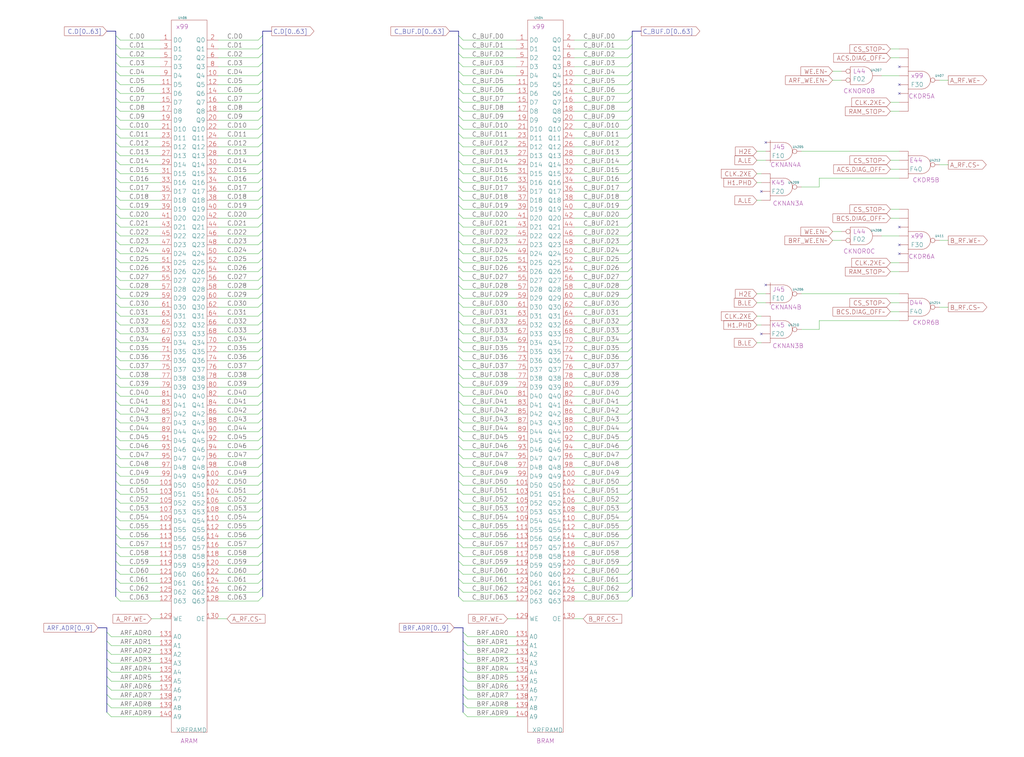
<source format=kicad_sch>
(kicad_sch (version 20230121) (generator eeschema)
  (paper "User" 584.2 431.8)
  (title_block (title "REGISTER FILE A\\nRAM ARRAY") (date "15-MAR-90") (rev "1.0") (comment 1 "TYPE") (comment 2 "232-003062") (comment 3 "S400") (comment 4 "RELEASED"))
  (no_connect (at 513.08 129.54))
  (no_connect (at 513.08 48.26))
  (no_connect (at 434.34 109.22))
  (no_connect (at 513.08 53.34))
  (no_connect (at 513.08 144.78))
  (no_connect (at 513.08 139.7))
  (no_connect (at 434.34 190.5))
  (no_connect (at 513.08 38.1))
  (no_connect (at 436.88 81.28))
  (no_connect (at 436.88 162.56))
  (bus_entry (at 149.86 147.32) (size -2.54 2.54))
  (bus_entry (at 360.68 218.44) (size -2.54 2.54))
  (bus_entry (at 149.86 269.24) (size -2.54 2.54))
  (bus_entry (at 60.96 365.76) (size 2.54 2.54))
  (bus_entry (at 66.04 289.56) (size 2.54 2.54))
  (bus_entry (at 261.62 309.88) (size 2.54 2.54))
  (bus_entry (at 149.86 40.64) (size -2.54 2.54))
  (bus_entry (at 261.62 294.64) (size 2.54 2.54))
  (bus_entry (at 261.62 218.44) (size 2.54 2.54))
  (bus_entry (at 360.68 35.56) (size -2.54 2.54))
  (bus_entry (at 149.86 25.4) (size -2.54 2.54))
  (bus_entry (at 66.04 86.36) (size 2.54 2.54))
  (bus_entry (at 149.86 289.56) (size -2.54 2.54))
  (bus_entry (at 261.62 198.12) (size 2.54 2.54))
  (bus_entry (at 360.68 213.36) (size -2.54 2.54))
  (bus_entry (at 66.04 25.4) (size 2.54 2.54))
  (bus_entry (at 360.68 172.72) (size -2.54 2.54))
  (bus_entry (at 66.04 76.2) (size 2.54 2.54))
  (bus_entry (at 149.86 20.32) (size -2.54 2.54))
  (bus_entry (at 261.62 20.32) (size 2.54 2.54))
  (bus_entry (at 360.68 314.96) (size -2.54 2.54))
  (bus_entry (at 66.04 259.08) (size 2.54 2.54))
  (bus_entry (at 60.96 370.84) (size 2.54 2.54))
  (bus_entry (at 66.04 218.44) (size 2.54 2.54))
  (bus_entry (at 360.68 167.64) (size -2.54 2.54))
  (bus_entry (at 66.04 55.88) (size 2.54 2.54))
  (bus_entry (at 66.04 20.32) (size 2.54 2.54))
  (bus_entry (at 360.68 162.56) (size -2.54 2.54))
  (bus_entry (at 264.16 360.68) (size 2.54 2.54))
  (bus_entry (at 66.04 238.76) (size 2.54 2.54))
  (bus_entry (at 66.04 116.84) (size 2.54 2.54))
  (bus_entry (at 360.68 152.4) (size -2.54 2.54))
  (bus_entry (at 66.04 172.72) (size 2.54 2.54))
  (bus_entry (at 360.68 71.12) (size -2.54 2.54))
  (bus_entry (at 360.68 340.36) (size -2.54 2.54))
  (bus_entry (at 149.86 314.96) (size -2.54 2.54))
  (bus_entry (at 66.04 203.2) (size 2.54 2.54))
  (bus_entry (at 149.86 198.12) (size -2.54 2.54))
  (bus_entry (at 60.96 401.32) (size 2.54 2.54))
  (bus_entry (at 149.86 106.68) (size -2.54 2.54))
  (bus_entry (at 149.86 218.44) (size -2.54 2.54))
  (bus_entry (at 149.86 76.2) (size -2.54 2.54))
  (bus_entry (at 360.68 243.84) (size -2.54 2.54))
  (bus_entry (at 149.86 137.16) (size -2.54 2.54))
  (bus_entry (at 261.62 50.8) (size 2.54 2.54))
  (bus_entry (at 360.68 116.84) (size -2.54 2.54))
  (bus_entry (at 149.86 91.44) (size -2.54 2.54))
  (bus_entry (at 360.68 193.04) (size -2.54 2.54))
  (bus_entry (at 66.04 40.64) (size 2.54 2.54))
  (bus_entry (at 360.68 142.24) (size -2.54 2.54))
  (bus_entry (at 149.86 284.48) (size -2.54 2.54))
  (bus_entry (at 66.04 340.36) (size 2.54 2.54))
  (bus_entry (at 66.04 269.24) (size 2.54 2.54))
  (bus_entry (at 261.62 157.48) (size 2.54 2.54))
  (bus_entry (at 60.96 375.92) (size 2.54 2.54))
  (bus_entry (at 360.68 127) (size -2.54 2.54))
  (bus_entry (at 261.62 243.84) (size 2.54 2.54))
  (bus_entry (at 360.68 106.68) (size -2.54 2.54))
  (bus_entry (at 149.86 60.96) (size -2.54 2.54))
  (bus_entry (at 149.86 193.04) (size -2.54 2.54))
  (bus_entry (at 149.86 111.76) (size -2.54 2.54))
  (bus_entry (at 360.68 284.48) (size -2.54 2.54))
  (bus_entry (at 149.86 309.88) (size -2.54 2.54))
  (bus_entry (at 261.62 121.92) (size 2.54 2.54))
  (bus_entry (at 66.04 30.48) (size 2.54 2.54))
  (bus_entry (at 360.68 20.32) (size -2.54 2.54))
  (bus_entry (at 60.96 360.68) (size 2.54 2.54))
  (bus_entry (at 360.68 233.68) (size -2.54 2.54))
  (bus_entry (at 360.68 279.4) (size -2.54 2.54))
  (bus_entry (at 261.62 248.92) (size 2.54 2.54))
  (bus_entry (at 149.86 208.28) (size -2.54 2.54))
  (bus_entry (at 66.04 157.48) (size 2.54 2.54))
  (bus_entry (at 66.04 132.08) (size 2.54 2.54))
  (bus_entry (at 261.62 193.04) (size 2.54 2.54))
  (bus_entry (at 149.86 81.28) (size -2.54 2.54))
  (bus_entry (at 66.04 279.4) (size 2.54 2.54))
  (bus_entry (at 360.68 208.28) (size -2.54 2.54))
  (bus_entry (at 261.62 111.76) (size 2.54 2.54))
  (bus_entry (at 261.62 30.48) (size 2.54 2.54))
  (bus_entry (at 360.68 177.8) (size -2.54 2.54))
  (bus_entry (at 149.86 335.28) (size -2.54 2.54))
  (bus_entry (at 261.62 269.24) (size 2.54 2.54))
  (bus_entry (at 60.96 386.08) (size 2.54 2.54))
  (bus_entry (at 66.04 325.12) (size 2.54 2.54))
  (bus_entry (at 261.62 71.12) (size 2.54 2.54))
  (bus_entry (at 66.04 254) (size 2.54 2.54))
  (bus_entry (at 66.04 137.16) (size 2.54 2.54))
  (bus_entry (at 66.04 106.68) (size 2.54 2.54))
  (bus_entry (at 261.62 259.08) (size 2.54 2.54))
  (bus_entry (at 360.68 335.28) (size -2.54 2.54))
  (bus_entry (at 360.68 309.88) (size -2.54 2.54))
  (bus_entry (at 149.86 127) (size -2.54 2.54))
  (bus_entry (at 149.86 172.72) (size -2.54 2.54))
  (bus_entry (at 261.62 81.28) (size 2.54 2.54))
  (bus_entry (at 149.86 71.12) (size -2.54 2.54))
  (bus_entry (at 360.68 274.32) (size -2.54 2.54))
  (bus_entry (at 261.62 96.52) (size 2.54 2.54))
  (bus_entry (at 261.62 289.56) (size 2.54 2.54))
  (bus_entry (at 149.86 132.08) (size -2.54 2.54))
  (bus_entry (at 66.04 198.12) (size 2.54 2.54))
  (bus_entry (at 360.68 304.8) (size -2.54 2.54))
  (bus_entry (at 60.96 396.24) (size 2.54 2.54))
  (bus_entry (at 360.68 299.72) (size -2.54 2.54))
  (bus_entry (at 149.86 228.6) (size -2.54 2.54))
  (bus_entry (at 264.16 401.32) (size 2.54 2.54))
  (bus_entry (at 66.04 96.52) (size 2.54 2.54))
  (bus_entry (at 360.68 264.16) (size -2.54 2.54))
  (bus_entry (at 261.62 254) (size 2.54 2.54))
  (bus_entry (at 360.68 228.6) (size -2.54 2.54))
  (bus_entry (at 66.04 274.32) (size 2.54 2.54))
  (bus_entry (at 149.86 50.8) (size -2.54 2.54))
  (bus_entry (at 261.62 101.6) (size 2.54 2.54))
  (bus_entry (at 66.04 213.36) (size 2.54 2.54))
  (bus_entry (at 66.04 264.16) (size 2.54 2.54))
  (bus_entry (at 149.86 299.72) (size -2.54 2.54))
  (bus_entry (at 261.62 35.56) (size 2.54 2.54))
  (bus_entry (at 66.04 147.32) (size 2.54 2.54))
  (bus_entry (at 66.04 284.48) (size 2.54 2.54))
  (bus_entry (at 360.68 198.12) (size -2.54 2.54))
  (bus_entry (at 261.62 284.48) (size 2.54 2.54))
  (bus_entry (at 66.04 142.24) (size 2.54 2.54))
  (bus_entry (at 261.62 203.2) (size 2.54 2.54))
  (bus_entry (at 360.68 320.04) (size -2.54 2.54))
  (bus_entry (at 66.04 182.88) (size 2.54 2.54))
  (bus_entry (at 66.04 167.64) (size 2.54 2.54))
  (bus_entry (at 360.68 254) (size -2.54 2.54))
  (bus_entry (at 360.68 289.56) (size -2.54 2.54))
  (bus_entry (at 66.04 35.56) (size 2.54 2.54))
  (bus_entry (at 66.04 208.28) (size 2.54 2.54))
  (bus_entry (at 66.04 304.8) (size 2.54 2.54))
  (bus_entry (at 149.86 162.56) (size -2.54 2.54))
  (bus_entry (at 66.04 81.28) (size 2.54 2.54))
  (bus_entry (at 360.68 40.64) (size -2.54 2.54))
  (bus_entry (at 261.62 142.24) (size 2.54 2.54))
  (bus_entry (at 360.68 45.72) (size -2.54 2.54))
  (bus_entry (at 149.86 304.8) (size -2.54 2.54))
  (bus_entry (at 149.86 167.64) (size -2.54 2.54))
  (bus_entry (at 149.86 320.04) (size -2.54 2.54))
  (bus_entry (at 66.04 162.56) (size 2.54 2.54))
  (bus_entry (at 360.68 223.52) (size -2.54 2.54))
  (bus_entry (at 360.68 330.2) (size -2.54 2.54))
  (bus_entry (at 261.62 127) (size 2.54 2.54))
  (bus_entry (at 149.86 213.36) (size -2.54 2.54))
  (bus_entry (at 149.86 203.2) (size -2.54 2.54))
  (bus_entry (at 261.62 60.96) (size 2.54 2.54))
  (bus_entry (at 360.68 55.88) (size -2.54 2.54))
  (bus_entry (at 149.86 330.2) (size -2.54 2.54))
  (bus_entry (at 261.62 147.32) (size 2.54 2.54))
  (bus_entry (at 66.04 320.04) (size 2.54 2.54))
  (bus_entry (at 360.68 96.52) (size -2.54 2.54))
  (bus_entry (at 264.16 381) (size 2.54 2.54))
  (bus_entry (at 261.62 76.2) (size 2.54 2.54))
  (bus_entry (at 261.62 152.4) (size 2.54 2.54))
  (bus_entry (at 149.86 152.4) (size -2.54 2.54))
  (bus_entry (at 360.68 121.92) (size -2.54 2.54))
  (bus_entry (at 66.04 91.44) (size 2.54 2.54))
  (bus_entry (at 264.16 406.4) (size 2.54 2.54))
  (bus_entry (at 360.68 91.44) (size -2.54 2.54))
  (bus_entry (at 360.68 76.2) (size -2.54 2.54))
  (bus_entry (at 360.68 238.76) (size -2.54 2.54))
  (bus_entry (at 66.04 299.72) (size 2.54 2.54))
  (bus_entry (at 261.62 233.68) (size 2.54 2.54))
  (bus_entry (at 360.68 182.88) (size -2.54 2.54))
  (bus_entry (at 360.68 60.96) (size -2.54 2.54))
  (bus_entry (at 60.96 381) (size 2.54 2.54))
  (bus_entry (at 149.86 340.36) (size -2.54 2.54))
  (bus_entry (at 261.62 304.8) (size 2.54 2.54))
  (bus_entry (at 261.62 274.32) (size 2.54 2.54))
  (bus_entry (at 261.62 137.16) (size 2.54 2.54))
  (bus_entry (at 149.86 142.24) (size -2.54 2.54))
  (bus_entry (at 60.96 391.16) (size 2.54 2.54))
  (bus_entry (at 261.62 223.52) (size 2.54 2.54))
  (bus_entry (at 60.96 406.4) (size 2.54 2.54))
  (bus_entry (at 66.04 228.6) (size 2.54 2.54))
  (bus_entry (at 261.62 86.36) (size 2.54 2.54))
  (bus_entry (at 261.62 167.64) (size 2.54 2.54))
  (bus_entry (at 261.62 238.76) (size 2.54 2.54))
  (bus_entry (at 360.68 325.12) (size -2.54 2.54))
  (bus_entry (at 261.62 335.28) (size 2.54 2.54))
  (bus_entry (at 149.86 264.16) (size -2.54 2.54))
  (bus_entry (at 66.04 314.96) (size 2.54 2.54))
  (bus_entry (at 261.62 177.8) (size 2.54 2.54))
  (bus_entry (at 149.86 279.4) (size -2.54 2.54))
  (bus_entry (at 261.62 314.96) (size 2.54 2.54))
  (bus_entry (at 261.62 25.4) (size 2.54 2.54))
  (bus_entry (at 360.68 187.96) (size -2.54 2.54))
  (bus_entry (at 360.68 132.08) (size -2.54 2.54))
  (bus_entry (at 149.86 254) (size -2.54 2.54))
  (bus_entry (at 360.68 269.24) (size -2.54 2.54))
  (bus_entry (at 261.62 279.4) (size 2.54 2.54))
  (bus_entry (at 261.62 228.6) (size 2.54 2.54))
  (bus_entry (at 149.86 233.68) (size -2.54 2.54))
  (bus_entry (at 66.04 177.8) (size 2.54 2.54))
  (bus_entry (at 149.86 294.64) (size -2.54 2.54))
  (bus_entry (at 261.62 182.88) (size 2.54 2.54))
  (bus_entry (at 149.86 30.48) (size -2.54 2.54))
  (bus_entry (at 66.04 45.72) (size 2.54 2.54))
  (bus_entry (at 261.62 116.84) (size 2.54 2.54))
  (bus_entry (at 149.86 96.52) (size -2.54 2.54))
  (bus_entry (at 66.04 187.96) (size 2.54 2.54))
  (bus_entry (at 264.16 391.16) (size 2.54 2.54))
  (bus_entry (at 264.16 365.76) (size 2.54 2.54))
  (bus_entry (at 66.04 101.6) (size 2.54 2.54))
  (bus_entry (at 66.04 111.76) (size 2.54 2.54))
  (bus_entry (at 66.04 71.12) (size 2.54 2.54))
  (bus_entry (at 261.62 320.04) (size 2.54 2.54))
  (bus_entry (at 149.86 86.36) (size -2.54 2.54))
  (bus_entry (at 66.04 330.2) (size 2.54 2.54))
  (bus_entry (at 149.86 45.72) (size -2.54 2.54))
  (bus_entry (at 264.16 370.84) (size 2.54 2.54))
  (bus_entry (at 66.04 223.52) (size 2.54 2.54))
  (bus_entry (at 261.62 45.72) (size 2.54 2.54))
  (bus_entry (at 261.62 299.72) (size 2.54 2.54))
  (bus_entry (at 149.86 238.76) (size -2.54 2.54))
  (bus_entry (at 149.86 101.6) (size -2.54 2.54))
  (bus_entry (at 66.04 193.04) (size 2.54 2.54))
  (bus_entry (at 261.62 66.04) (size 2.54 2.54))
  (bus_entry (at 360.68 101.6) (size -2.54 2.54))
  (bus_entry (at 261.62 91.44) (size 2.54 2.54))
  (bus_entry (at 149.86 274.32) (size -2.54 2.54))
  (bus_entry (at 360.68 137.16) (size -2.54 2.54))
  (bus_entry (at 149.86 182.88) (size -2.54 2.54))
  (bus_entry (at 360.68 294.64) (size -2.54 2.54))
  (bus_entry (at 264.16 375.92) (size 2.54 2.54))
  (bus_entry (at 261.62 325.12) (size 2.54 2.54))
  (bus_entry (at 149.86 35.56) (size -2.54 2.54))
  (bus_entry (at 66.04 127) (size 2.54 2.54))
  (bus_entry (at 360.68 259.08) (size -2.54 2.54))
  (bus_entry (at 149.86 243.84) (size -2.54 2.54))
  (bus_entry (at 149.86 66.04) (size -2.54 2.54))
  (bus_entry (at 149.86 259.08) (size -2.54 2.54))
  (bus_entry (at 66.04 294.64) (size 2.54 2.54))
  (bus_entry (at 264.16 386.08) (size 2.54 2.54))
  (bus_entry (at 149.86 248.92) (size -2.54 2.54))
  (bus_entry (at 360.68 30.48) (size -2.54 2.54))
  (bus_entry (at 261.62 162.56) (size 2.54 2.54))
  (bus_entry (at 261.62 213.36) (size 2.54 2.54))
  (bus_entry (at 149.86 187.96) (size -2.54 2.54))
  (bus_entry (at 149.86 116.84) (size -2.54 2.54))
  (bus_entry (at 261.62 55.88) (size 2.54 2.54))
  (bus_entry (at 66.04 152.4) (size 2.54 2.54))
  (bus_entry (at 149.86 157.48) (size -2.54 2.54))
  (bus_entry (at 360.68 50.8) (size -2.54 2.54))
  (bus_entry (at 66.04 243.84) (size 2.54 2.54))
  (bus_entry (at 360.68 248.92) (size -2.54 2.54))
  (bus_entry (at 261.62 187.96) (size 2.54 2.54))
  (bus_entry (at 360.68 86.36) (size -2.54 2.54))
  (bus_entry (at 264.16 396.24) (size 2.54 2.54))
  (bus_entry (at 360.68 203.2) (size -2.54 2.54))
  (bus_entry (at 149.86 121.92) (size -2.54 2.54))
  (bus_entry (at 360.68 111.76) (size -2.54 2.54))
  (bus_entry (at 66.04 309.88) (size 2.54 2.54))
  (bus_entry (at 261.62 208.28) (size 2.54 2.54))
  (bus_entry (at 261.62 340.36) (size 2.54 2.54))
  (bus_entry (at 360.68 25.4) (size -2.54 2.54))
  (bus_entry (at 360.68 157.48) (size -2.54 2.54))
  (bus_entry (at 66.04 335.28) (size 2.54 2.54))
  (bus_entry (at 66.04 50.8) (size 2.54 2.54))
  (bus_entry (at 261.62 40.64) (size 2.54 2.54))
  (bus_entry (at 66.04 233.68) (size 2.54 2.54))
  (bus_entry (at 149.86 55.88) (size -2.54 2.54))
  (bus_entry (at 261.62 106.68) (size 2.54 2.54))
  (bus_entry (at 261.62 172.72) (size 2.54 2.54))
  (bus_entry (at 66.04 121.92) (size 2.54 2.54))
  (bus_entry (at 66.04 248.92) (size 2.54 2.54))
  (bus_entry (at 360.68 147.32) (size -2.54 2.54))
  (bus_entry (at 261.62 264.16) (size 2.54 2.54))
  (bus_entry (at 261.62 132.08) (size 2.54 2.54))
  (bus_entry (at 261.62 330.2) (size 2.54 2.54))
  (bus_entry (at 66.04 66.04) (size 2.54 2.54))
  (bus_entry (at 149.86 177.8) (size -2.54 2.54))
  (bus_entry (at 360.68 66.04) (size -2.54 2.54))
  (bus_entry (at 149.86 223.52) (size -2.54 2.54))
  (bus_entry (at 149.86 325.12) (size -2.54 2.54))
  (bus_entry (at 360.68 81.28) (size -2.54 2.54))
  (bus_entry (at 66.04 60.96) (size 2.54 2.54))
  (wire (pts (xy 91.44 175.26) (xy 68.58 175.26)))
  (bus (pts (xy 360.68 203.2) (xy 360.68 208.28)))
  (bus (pts (xy 261.62 45.72) (xy 261.62 50.8)))
  (bus (pts (xy 66.04 25.4) (xy 66.04 30.48)))
  (wire (pts (xy 124.46 27.94) (xy 147.32 27.94)))
  (bus (pts (xy 66.04 111.76) (xy 66.04 116.84)))
  (wire (pts (xy 294.64 109.22) (xy 264.16 109.22)))
  (wire (pts (xy 91.44 22.86) (xy 68.58 22.86)))
  (wire (pts (xy 124.46 246.38) (xy 147.32 246.38)))
  (bus (pts (xy 149.86 142.24) (xy 149.86 147.32)))
  (bus (pts (xy 360.68 218.44) (xy 360.68 223.52)))
  (bus (pts (xy 149.86 274.32) (xy 149.86 279.4)))
  (wire (pts (xy 63.5 388.62) (xy 91.44 388.62)))
  (bus (pts (xy 149.86 243.84) (xy 149.86 248.92)))
  (bus (pts (xy 149.86 20.32) (xy 149.86 25.4)))
  (wire (pts (xy 124.46 129.54) (xy 147.32 129.54)))
  (bus (pts (xy 66.04 81.28) (xy 66.04 86.36)))
  (wire (pts (xy 266.7 403.86) (xy 294.64 403.86)))
  (wire (pts (xy 294.64 322.58) (xy 264.16 322.58)))
  (wire (pts (xy 327.66 73.66) (xy 358.14 73.66)))
  (wire (pts (xy 91.44 236.22) (xy 68.58 236.22)))
  (bus (pts (xy 261.62 254) (xy 261.62 259.08)))
  (wire (pts (xy 327.66 302.26) (xy 358.14 302.26)))
  (bus (pts (xy 66.04 66.04) (xy 66.04 71.12)))
  (wire (pts (xy 91.44 297.18) (xy 68.58 297.18)))
  (bus (pts (xy 360.68 294.64) (xy 360.68 299.72)))
  (bus (pts (xy 261.62 289.56) (xy 261.62 294.64)))
  (bus (pts (xy 149.86 238.76) (xy 149.86 243.84)))
  (bus (pts (xy 261.62 203.2) (xy 261.62 208.28)))
  (bus (pts (xy 261.62 182.88) (xy 261.62 187.96)))
  (bus (pts (xy 149.86 76.2) (xy 149.86 81.28)))
  (wire (pts (xy 91.44 312.42) (xy 68.58 312.42)))
  (bus (pts (xy 149.86 40.64) (xy 149.86 45.72)))
  (wire (pts (xy 91.44 205.74) (xy 68.58 205.74)))
  (wire (pts (xy 474.98 45.72) (xy 480.06 45.72)))
  (bus (pts (xy 66.04 76.2) (xy 66.04 81.28)))
  (wire (pts (xy 327.66 119.38) (xy 358.14 119.38)))
  (wire (pts (xy 124.46 109.22) (xy 147.32 109.22)))
  (wire (pts (xy 124.46 266.7) (xy 147.32 266.7)))
  (bus (pts (xy 149.86 228.6) (xy 149.86 233.68)))
  (wire (pts (xy 294.64 180.34) (xy 264.16 180.34)))
  (bus (pts (xy 60.96 375.92) (xy 60.96 381)))
  (wire (pts (xy 294.64 139.7) (xy 264.16 139.7)))
  (bus (pts (xy 360.68 182.88) (xy 360.68 187.96)))
  (wire (pts (xy 91.44 307.34) (xy 68.58 307.34)))
  (wire (pts (xy 124.46 160.02) (xy 147.32 160.02)))
  (wire (pts (xy 535.94 137.16) (xy 541.02 137.16)))
  (wire (pts (xy 91.44 78.74) (xy 68.58 78.74)))
  (wire (pts (xy 294.64 195.58) (xy 264.16 195.58)))
  (bus (pts (xy 360.68 223.52) (xy 360.68 228.6)))
  (wire (pts (xy 266.7 408.94) (xy 294.64 408.94)))
  (bus (pts (xy 149.86 284.48) (xy 149.86 289.56)))
  (bus (pts (xy 261.62 30.48) (xy 261.62 35.56)))
  (bus (pts (xy 360.68 177.8) (xy 360.68 182.88)))
  (bus (pts (xy 66.04 40.64) (xy 66.04 45.72)))
  (wire (pts (xy 91.44 190.5) (xy 68.58 190.5)))
  (wire (pts (xy 327.66 297.18) (xy 358.14 297.18)))
  (bus (pts (xy 149.86 187.96) (xy 149.86 193.04)))
  (wire (pts (xy 294.64 114.3) (xy 264.16 114.3)))
  (wire (pts (xy 294.64 93.98) (xy 264.16 93.98)))
  (bus (pts (xy 66.04 35.56) (xy 66.04 40.64)))
  (wire (pts (xy 327.66 205.74) (xy 358.14 205.74)))
  (wire (pts (xy 124.46 353.06) (xy 129.54 353.06)))
  (bus (pts (xy 60.96 396.24) (xy 60.96 401.32)))
  (wire (pts (xy 294.64 144.78) (xy 264.16 144.78)))
  (bus (pts (xy 360.68 228.6) (xy 360.68 233.68)))
  (wire (pts (xy 266.7 363.22) (xy 294.64 363.22)))
  (wire (pts (xy 86.36 353.06) (xy 91.44 353.06)))
  (bus (pts (xy 149.86 248.92) (xy 149.86 254)))
  (wire (pts (xy 124.46 327.66) (xy 147.32 327.66)))
  (bus (pts (xy 66.04 96.52) (xy 66.04 101.6)))
  (bus (pts (xy 261.62 40.64) (xy 261.62 45.72)))
  (bus (pts (xy 66.04 121.92) (xy 66.04 127)))
  (wire (pts (xy 508 119.38) (xy 513.08 119.38)))
  (bus (pts (xy 261.62 228.6) (xy 261.62 233.68)))
  (bus (pts (xy 66.04 132.08) (xy 66.04 137.16)))
  (wire (pts (xy 327.66 165.1) (xy 358.14 165.1)))
  (wire (pts (xy 91.44 256.54) (xy 68.58 256.54)))
  (wire (pts (xy 266.7 373.38) (xy 294.64 373.38)))
  (wire (pts (xy 294.64 256.54) (xy 264.16 256.54)))
  (bus (pts (xy 149.86 193.04) (xy 149.86 198.12)))
  (wire (pts (xy 91.44 99.06) (xy 68.58 99.06)))
  (bus (pts (xy 360.68 25.4) (xy 360.68 30.48)))
  (bus (pts (xy 360.68 309.88) (xy 360.68 314.96)))
  (wire (pts (xy 124.46 236.22) (xy 147.32 236.22)))
  (bus (pts (xy 66.04 162.56) (xy 66.04 167.64)))
  (wire (pts (xy 124.46 297.18) (xy 147.32 297.18)))
  (wire (pts (xy 124.46 154.94) (xy 147.32 154.94)))
  (wire (pts (xy 91.44 281.94) (xy 68.58 281.94)))
  (wire (pts (xy 91.44 317.5) (xy 68.58 317.5)))
  (wire (pts (xy 535.94 45.72) (xy 541.02 45.72)))
  (wire (pts (xy 327.66 210.82) (xy 358.14 210.82)))
  (wire (pts (xy 327.66 38.1) (xy 358.14 38.1)))
  (wire (pts (xy 124.46 33.02) (xy 147.32 33.02)))
  (wire (pts (xy 124.46 337.82) (xy 147.32 337.82)))
  (wire (pts (xy 91.44 302.26) (xy 68.58 302.26)))
  (wire (pts (xy 124.46 73.66) (xy 147.32 73.66)))
  (bus (pts (xy 60.96 370.84) (xy 60.96 375.92)))
  (wire (pts (xy 91.44 109.22) (xy 68.58 109.22)))
  (bus (pts (xy 360.68 81.28) (xy 360.68 86.36)))
  (bus (pts (xy 261.62 142.24) (xy 261.62 147.32)))
  (wire (pts (xy 327.66 88.9) (xy 358.14 88.9)))
  (bus (pts (xy 360.68 289.56) (xy 360.68 294.64)))
  (wire (pts (xy 327.66 276.86) (xy 358.14 276.86)))
  (bus (pts (xy 149.86 147.32) (xy 149.86 152.4)))
  (wire (pts (xy 294.64 134.62) (xy 264.16 134.62)))
  (bus (pts (xy 360.68 40.64) (xy 360.68 45.72)))
  (wire (pts (xy 294.64 251.46) (xy 264.16 251.46)))
  (bus (pts (xy 360.68 142.24) (xy 360.68 147.32)))
  (wire (pts (xy 124.46 302.26) (xy 147.32 302.26)))
  (wire (pts (xy 431.8 167.64) (xy 436.88 167.64)))
  (bus (pts (xy 261.62 299.72) (xy 261.62 304.8)))
  (wire (pts (xy 327.66 231.14) (xy 358.14 231.14)))
  (wire (pts (xy 124.46 312.42) (xy 147.32 312.42)))
  (wire (pts (xy 467.36 106.68) (xy 467.36 101.6)))
  (bus (pts (xy 60.96 17.78) (xy 66.04 17.78)))
  (bus (pts (xy 66.04 137.16) (xy 66.04 142.24)))
  (bus (pts (xy 261.62 177.8) (xy 261.62 182.88)))
  (wire (pts (xy 91.44 251.46) (xy 68.58 251.46)))
  (bus (pts (xy 264.16 358.14) (xy 264.16 360.68)))
  (wire (pts (xy 266.7 378.46) (xy 294.64 378.46)))
  (bus (pts (xy 66.04 335.28) (xy 66.04 340.36)))
  (wire (pts (xy 327.66 43.18) (xy 358.14 43.18)))
  (wire (pts (xy 327.66 129.54) (xy 358.14 129.54)))
  (wire (pts (xy 124.46 200.66) (xy 147.32 200.66)))
  (bus (pts (xy 360.68 243.84) (xy 360.68 248.92)))
  (wire (pts (xy 124.46 226.06) (xy 147.32 226.06)))
  (wire (pts (xy 327.66 220.98) (xy 358.14 220.98)))
  (bus (pts (xy 149.86 182.88) (xy 149.86 187.96)))
  (bus (pts (xy 149.86 111.76) (xy 149.86 116.84)))
  (bus (pts (xy 360.68 248.92) (xy 360.68 254)))
  (wire (pts (xy 294.64 190.5) (xy 264.16 190.5)))
  (wire (pts (xy 91.44 170.18) (xy 68.58 170.18)))
  (wire (pts (xy 91.44 327.66) (xy 68.58 327.66)))
  (bus (pts (xy 261.62 71.12) (xy 261.62 76.2)))
  (bus (pts (xy 261.62 147.32) (xy 261.62 152.4)))
  (bus (pts (xy 149.86 132.08) (xy 149.86 137.16)))
  (bus (pts (xy 360.68 198.12) (xy 360.68 203.2)))
  (wire (pts (xy 124.46 317.5) (xy 147.32 317.5)))
  (wire (pts (xy 294.64 22.86) (xy 264.16 22.86)))
  (wire (pts (xy 91.44 287.02) (xy 68.58 287.02)))
  (wire (pts (xy 431.8 91.44) (xy 436.88 91.44)))
  (wire (pts (xy 124.46 165.1) (xy 147.32 165.1)))
  (bus (pts (xy 360.68 20.32) (xy 360.68 25.4)))
  (bus (pts (xy 149.86 330.2) (xy 149.86 335.28)))
  (bus (pts (xy 360.68 96.52) (xy 360.68 101.6)))
  (wire (pts (xy 294.64 302.26) (xy 264.16 302.26)))
  (bus (pts (xy 261.62 157.48) (xy 261.62 162.56)))
  (bus (pts (xy 66.04 55.88) (xy 66.04 60.96)))
  (wire (pts (xy 294.64 33.02) (xy 264.16 33.02)))
  (wire (pts (xy 294.64 149.86) (xy 264.16 149.86)))
  (bus (pts (xy 66.04 284.48) (xy 66.04 289.56)))
  (wire (pts (xy 91.44 292.1) (xy 68.58 292.1)))
  (bus (pts (xy 261.62 121.92) (xy 261.62 127)))
  (bus (pts (xy 149.86 208.28) (xy 149.86 213.36)))
  (wire (pts (xy 124.46 276.86) (xy 147.32 276.86)))
  (bus (pts (xy 66.04 320.04) (xy 66.04 325.12)))
  (bus (pts (xy 66.04 299.72) (xy 66.04 304.8)))
  (bus (pts (xy 261.62 218.44) (xy 261.62 223.52)))
  (wire (pts (xy 327.66 271.78) (xy 358.14 271.78)))
  (bus (pts (xy 149.86 152.4) (xy 149.86 157.48)))
  (wire (pts (xy 266.7 398.78) (xy 294.64 398.78)))
  (bus (pts (xy 261.62 269.24) (xy 261.62 274.32)))
  (bus (pts (xy 66.04 50.8) (xy 66.04 55.88)))
  (wire (pts (xy 124.46 63.5) (xy 147.32 63.5)))
  (wire (pts (xy 327.66 170.18) (xy 358.14 170.18)))
  (wire (pts (xy 124.46 170.18) (xy 147.32 170.18)))
  (bus (pts (xy 360.68 238.76) (xy 360.68 243.84)))
  (bus (pts (xy 360.68 233.68) (xy 360.68 238.76)))
  (bus (pts (xy 261.62 304.8) (xy 261.62 309.88)))
  (wire (pts (xy 124.46 205.74) (xy 147.32 205.74)))
  (wire (pts (xy 508 172.72) (xy 513.08 172.72)))
  (wire (pts (xy 327.66 307.34) (xy 358.14 307.34)))
  (wire (pts (xy 91.44 43.18) (xy 68.58 43.18)))
  (wire (pts (xy 327.66 332.74) (xy 358.14 332.74)))
  (bus (pts (xy 149.86 198.12) (xy 149.86 203.2)))
  (wire (pts (xy 327.66 134.62) (xy 358.14 134.62)))
  (bus (pts (xy 66.04 101.6) (xy 66.04 106.68)))
  (bus (pts (xy 66.04 116.84) (xy 66.04 121.92)))
  (wire (pts (xy 294.64 297.18) (xy 264.16 297.18)))
  (wire (pts (xy 502.92 134.62) (xy 513.08 134.62)))
  (wire (pts (xy 294.64 170.18) (xy 264.16 170.18)))
  (bus (pts (xy 261.62 116.84) (xy 261.62 121.92)))
  (wire (pts (xy 91.44 63.5) (xy 68.58 63.5)))
  (wire (pts (xy 124.46 231.14) (xy 147.32 231.14)))
  (wire (pts (xy 294.64 27.94) (xy 264.16 27.94)))
  (wire (pts (xy 63.5 363.22) (xy 91.44 363.22)))
  (bus (pts (xy 66.04 228.6) (xy 66.04 233.68)))
  (bus (pts (xy 149.86 172.72) (xy 149.86 177.8)))
  (bus (pts (xy 66.04 167.64) (xy 66.04 172.72)))
  (wire (pts (xy 327.66 226.06) (xy 358.14 226.06)))
  (wire (pts (xy 327.66 83.82) (xy 358.14 83.82)))
  (wire (pts (xy 327.66 27.94) (xy 358.14 27.94)))
  (bus (pts (xy 264.16 391.16) (xy 264.16 396.24)))
  (bus (pts (xy 261.62 132.08) (xy 261.62 137.16)))
  (bus (pts (xy 261.62 86.36) (xy 261.62 91.44)))
  (bus (pts (xy 261.62 101.6) (xy 261.62 106.68)))
  (bus (pts (xy 360.68 167.64) (xy 360.68 172.72)))
  (wire (pts (xy 508 149.86) (xy 513.08 149.86)))
  (wire (pts (xy 327.66 256.54) (xy 358.14 256.54)))
  (bus (pts (xy 261.62 167.64) (xy 261.62 172.72)))
  (wire (pts (xy 508 154.94) (xy 513.08 154.94)))
  (wire (pts (xy 294.64 83.82) (xy 264.16 83.82)))
  (bus (pts (xy 60.96 401.32) (xy 60.96 406.4)))
  (bus (pts (xy 264.16 386.08) (xy 264.16 391.16)))
  (wire (pts (xy 91.44 114.3) (xy 68.58 114.3)))
  (wire (pts (xy 294.64 287.02) (xy 264.16 287.02)))
  (wire (pts (xy 91.44 276.86) (xy 68.58 276.86)))
  (bus (pts (xy 360.68 299.72) (xy 360.68 304.8)))
  (wire (pts (xy 327.66 317.5) (xy 358.14 317.5)))
  (wire (pts (xy 457.2 106.68) (xy 467.36 106.68)))
  (bus (pts (xy 149.86 17.78) (xy 149.86 20.32)))
  (wire (pts (xy 91.44 210.82) (xy 68.58 210.82)))
  (bus (pts (xy 66.04 71.12) (xy 66.04 76.2)))
  (bus (pts (xy 66.04 294.64) (xy 66.04 299.72)))
  (wire (pts (xy 431.8 180.34) (xy 434.34 180.34)))
  (wire (pts (xy 124.46 149.86) (xy 147.32 149.86)))
  (bus (pts (xy 360.68 45.72) (xy 360.68 50.8)))
  (wire (pts (xy 327.66 33.02) (xy 358.14 33.02)))
  (bus (pts (xy 261.62 55.88) (xy 261.62 60.96)))
  (bus (pts (xy 149.86 50.8) (xy 149.86 55.88)))
  (wire (pts (xy 294.64 271.78) (xy 264.16 271.78)))
  (bus (pts (xy 66.04 86.36) (xy 66.04 91.44)))
  (bus (pts (xy 360.68 320.04) (xy 360.68 325.12)))
  (bus (pts (xy 66.04 177.8) (xy 66.04 182.88)))
  (wire (pts (xy 327.66 342.9) (xy 358.14 342.9)))
  (wire (pts (xy 457.2 167.64) (xy 513.08 167.64)))
  (wire (pts (xy 327.66 215.9) (xy 358.14 215.9)))
  (wire (pts (xy 124.46 88.9) (xy 147.32 88.9)))
  (bus (pts (xy 149.86 137.16) (xy 149.86 142.24)))
  (bus (pts (xy 261.62 198.12) (xy 261.62 203.2)))
  (wire (pts (xy 91.44 27.94) (xy 68.58 27.94)))
  (bus (pts (xy 149.86 71.12) (xy 149.86 76.2)))
  (bus (pts (xy 261.62 25.4) (xy 261.62 30.48)))
  (wire (pts (xy 266.7 368.3) (xy 294.64 368.3)))
  (wire (pts (xy 91.44 180.34) (xy 68.58 180.34)))
  (bus (pts (xy 149.86 157.48) (xy 149.86 162.56)))
  (bus (pts (xy 60.96 381) (xy 60.96 386.08)))
  (wire (pts (xy 91.44 119.38) (xy 68.58 119.38)))
  (bus (pts (xy 360.68 121.92) (xy 360.68 127)))
  (wire (pts (xy 457.2 86.36) (xy 513.08 86.36)))
  (bus (pts (xy 66.04 182.88) (xy 66.04 187.96)))
  (wire (pts (xy 91.44 337.82) (xy 68.58 337.82)))
  (wire (pts (xy 294.64 38.1) (xy 264.16 38.1)))
  (bus (pts (xy 149.86 45.72) (xy 149.86 50.8)))
  (wire (pts (xy 91.44 73.66) (xy 68.58 73.66)))
  (wire (pts (xy 294.64 281.94) (xy 264.16 281.94)))
  (bus (pts (xy 360.68 50.8) (xy 360.68 55.88)))
  (wire (pts (xy 124.46 256.54) (xy 147.32 256.54)))
  (bus (pts (xy 149.86 106.68) (xy 149.86 111.76)))
  (wire (pts (xy 91.44 215.9) (xy 68.58 215.9)))
  (wire (pts (xy 431.8 195.58) (xy 434.34 195.58)))
  (bus (pts (xy 149.86 259.08) (xy 149.86 264.16)))
  (wire (pts (xy 91.44 48.26) (xy 68.58 48.26)))
  (bus (pts (xy 66.04 274.32) (xy 66.04 279.4)))
  (wire (pts (xy 327.66 114.3) (xy 358.14 114.3)))
  (wire (pts (xy 91.44 149.86) (xy 68.58 149.86)))
  (bus (pts (xy 261.62 264.16) (xy 261.62 269.24)))
  (bus (pts (xy 149.86 233.68) (xy 149.86 238.76)))
  (wire (pts (xy 91.44 266.7) (xy 68.58 266.7)))
  (bus (pts (xy 66.04 20.32) (xy 66.04 25.4)))
  (bus (pts (xy 66.04 147.32) (xy 66.04 152.4)))
  (bus (pts (xy 66.04 223.52) (xy 66.04 228.6)))
  (wire (pts (xy 294.64 292.1) (xy 264.16 292.1)))
  (bus (pts (xy 360.68 259.08) (xy 360.68 264.16)))
  (bus (pts (xy 360.68 17.78) (xy 360.68 20.32)))
  (wire (pts (xy 91.44 226.06) (xy 68.58 226.06)))
  (wire (pts (xy 124.46 139.7) (xy 147.32 139.7)))
  (bus (pts (xy 149.86 289.56) (xy 149.86 294.64)))
  (bus (pts (xy 66.04 264.16) (xy 66.04 269.24)))
  (bus (pts (xy 149.86 81.28) (xy 149.86 86.36)))
  (wire (pts (xy 124.46 292.1) (xy 147.32 292.1)))
  (bus (pts (xy 66.04 330.2) (xy 66.04 335.28)))
  (wire (pts (xy 124.46 281.94) (xy 147.32 281.94)))
  (wire (pts (xy 294.64 337.82) (xy 264.16 337.82)))
  (bus (pts (xy 66.04 60.96) (xy 66.04 66.04)))
  (bus (pts (xy 149.86 121.92) (xy 149.86 127)))
  (wire (pts (xy 508 177.8) (xy 513.08 177.8)))
  (wire (pts (xy 63.5 403.86) (xy 91.44 403.86)))
  (wire (pts (xy 91.44 154.94) (xy 68.58 154.94)))
  (wire (pts (xy 474.98 137.16) (xy 480.06 137.16)))
  (wire (pts (xy 431.8 172.72) (xy 436.88 172.72)))
  (bus (pts (xy 66.04 233.68) (xy 66.04 238.76)))
  (bus (pts (xy 149.86 335.28) (xy 149.86 340.36)))
  (bus (pts (xy 66.04 91.44) (xy 66.04 96.52)))
  (bus (pts (xy 66.04 45.72) (xy 66.04 50.8)))
  (bus (pts (xy 149.86 213.36) (xy 149.86 218.44)))
  (bus (pts (xy 261.62 309.88) (xy 261.62 314.96)))
  (wire (pts (xy 474.98 132.08) (xy 480.06 132.08)))
  (bus (pts (xy 154.94 17.78) (xy 149.86 17.78)))
  (bus (pts (xy 66.04 157.48) (xy 66.04 162.56)))
  (wire (pts (xy 124.46 271.78) (xy 147.32 271.78)))
  (bus (pts (xy 360.68 132.08) (xy 360.68 137.16)))
  (bus (pts (xy 66.04 213.36) (xy 66.04 218.44)))
  (wire (pts (xy 294.64 53.34) (xy 264.16 53.34)))
  (wire (pts (xy 431.8 114.3) (xy 434.34 114.3)))
  (wire (pts (xy 91.44 104.14) (xy 68.58 104.14)))
  (bus (pts (xy 149.86 177.8) (xy 149.86 182.88)))
  (bus (pts (xy 360.68 274.32) (xy 360.68 279.4)))
  (wire (pts (xy 467.36 101.6) (xy 513.08 101.6)))
  (bus (pts (xy 149.86 264.16) (xy 149.86 269.24)))
  (wire (pts (xy 327.66 292.1) (xy 358.14 292.1)))
  (bus (pts (xy 66.04 289.56) (xy 66.04 294.64)))
  (wire (pts (xy 91.44 246.38) (xy 68.58 246.38)))
  (bus (pts (xy 261.62 325.12) (xy 261.62 330.2)))
  (wire (pts (xy 294.64 215.9) (xy 264.16 215.9)))
  (bus (pts (xy 66.04 254) (xy 66.04 259.08)))
  (wire (pts (xy 327.66 48.26) (xy 358.14 48.26)))
  (bus (pts (xy 261.62 314.96) (xy 261.62 320.04)))
  (wire (pts (xy 63.5 383.54) (xy 91.44 383.54)))
  (wire (pts (xy 327.66 337.82) (xy 358.14 337.82)))
  (bus (pts (xy 261.62 238.76) (xy 261.62 243.84)))
  (wire (pts (xy 124.46 185.42) (xy 147.32 185.42)))
  (bus (pts (xy 66.04 208.28) (xy 66.04 213.36)))
  (wire (pts (xy 124.46 180.34) (xy 147.32 180.34)))
  (bus (pts (xy 360.68 116.84) (xy 360.68 121.92)))
  (bus (pts (xy 264.16 365.76) (xy 264.16 370.84)))
  (wire (pts (xy 124.46 38.1) (xy 147.32 38.1)))
  (bus (pts (xy 66.04 127) (xy 66.04 132.08)))
  (wire (pts (xy 91.44 200.66) (xy 68.58 200.66)))
  (wire (pts (xy 294.64 332.74) (xy 264.16 332.74)))
  (wire (pts (xy 327.66 236.22) (xy 358.14 236.22)))
  (wire (pts (xy 91.44 129.54) (xy 68.58 129.54)))
  (bus (pts (xy 360.68 284.48) (xy 360.68 289.56)))
  (bus (pts (xy 66.04 248.92) (xy 66.04 254)))
  (bus (pts (xy 66.04 172.72) (xy 66.04 177.8)))
  (bus (pts (xy 60.96 365.76) (xy 60.96 370.84)))
  (wire (pts (xy 124.46 241.3) (xy 147.32 241.3)))
  (wire (pts (xy 91.44 144.78) (xy 68.58 144.78)))
  (wire (pts (xy 431.8 104.14) (xy 434.34 104.14)))
  (wire (pts (xy 294.64 165.1) (xy 264.16 165.1)))
  (bus (pts (xy 60.96 360.68) (xy 60.96 365.76)))
  (wire (pts (xy 327.66 251.46) (xy 358.14 251.46)))
  (bus (pts (xy 360.68 111.76) (xy 360.68 116.84)))
  (wire (pts (xy 294.64 154.94) (xy 264.16 154.94)))
  (wire (pts (xy 294.64 68.58) (xy 264.16 68.58)))
  (wire (pts (xy 91.44 134.62) (xy 68.58 134.62)))
  (bus (pts (xy 264.16 381) (xy 264.16 386.08)))
  (wire (pts (xy 294.64 58.42) (xy 264.16 58.42)))
  (bus (pts (xy 66.04 187.96) (xy 66.04 193.04)))
  (wire (pts (xy 327.66 139.7) (xy 358.14 139.7)))
  (wire (pts (xy 327.66 312.42) (xy 358.14 312.42)))
  (bus (pts (xy 261.62 213.36) (xy 261.62 218.44)))
  (bus (pts (xy 261.62 279.4) (xy 261.62 284.48)))
  (wire (pts (xy 91.44 33.02) (xy 68.58 33.02)))
  (wire (pts (xy 294.64 78.74) (xy 264.16 78.74)))
  (bus (pts (xy 360.68 162.56) (xy 360.68 167.64)))
  (wire (pts (xy 124.46 83.82) (xy 147.32 83.82)))
  (bus (pts (xy 360.68 330.2) (xy 360.68 335.28)))
  (wire (pts (xy 294.64 317.5) (xy 264.16 317.5)))
  (wire (pts (xy 327.66 200.66) (xy 358.14 200.66)))
  (wire (pts (xy 327.66 195.58) (xy 358.14 195.58)))
  (bus (pts (xy 261.62 335.28) (xy 261.62 340.36)))
  (wire (pts (xy 91.44 185.42) (xy 68.58 185.42)))
  (wire (pts (xy 294.64 129.54) (xy 264.16 129.54)))
  (bus (pts (xy 149.86 309.88) (xy 149.86 314.96)))
  (wire (pts (xy 91.44 83.82) (xy 68.58 83.82)))
  (wire (pts (xy 266.7 383.54) (xy 294.64 383.54)))
  (bus (pts (xy 66.04 106.68) (xy 66.04 111.76)))
  (wire (pts (xy 91.44 322.58) (xy 68.58 322.58)))
  (bus (pts (xy 360.68 335.28) (xy 360.68 340.36)))
  (wire (pts (xy 91.44 160.02) (xy 68.58 160.02)))
  (wire (pts (xy 124.46 93.98) (xy 147.32 93.98)))
  (wire (pts (xy 327.66 175.26) (xy 358.14 175.26)))
  (bus (pts (xy 261.62 208.28) (xy 261.62 213.36)))
  (wire (pts (xy 327.66 104.14) (xy 358.14 104.14)))
  (wire (pts (xy 124.46 99.06) (xy 147.32 99.06)))
  (bus (pts (xy 66.04 309.88) (xy 66.04 314.96)))
  (bus (pts (xy 149.86 218.44) (xy 149.86 223.52)))
  (wire (pts (xy 294.64 63.5) (xy 264.16 63.5)))
  (bus (pts (xy 66.04 259.08) (xy 66.04 264.16)))
  (wire (pts (xy 91.44 342.9) (xy 68.58 342.9)))
  (wire (pts (xy 63.5 408.94) (xy 91.44 408.94)))
  (wire (pts (xy 294.64 200.66) (xy 264.16 200.66)))
  (bus (pts (xy 66.04 152.4) (xy 66.04 157.48)))
  (bus (pts (xy 360.68 71.12) (xy 360.68 76.2)))
  (bus (pts (xy 60.96 358.14) (xy 60.96 360.68)))
  (wire (pts (xy 327.66 322.58) (xy 358.14 322.58)))
  (wire (pts (xy 327.66 261.62) (xy 358.14 261.62)))
  (bus (pts (xy 149.86 35.56) (xy 149.86 40.64)))
  (wire (pts (xy 508 27.94) (xy 513.08 27.94)))
  (bus (pts (xy 360.68 193.04) (xy 360.68 198.12)))
  (bus (pts (xy 66.04 314.96) (xy 66.04 320.04)))
  (bus (pts (xy 261.62 106.68) (xy 261.62 111.76)))
  (wire (pts (xy 124.46 78.74) (xy 147.32 78.74)))
  (wire (pts (xy 294.64 261.62) (xy 264.16 261.62)))
  (bus (pts (xy 261.62 20.32) (xy 261.62 25.4)))
  (wire (pts (xy 91.44 220.98) (xy 68.58 220.98)))
  (wire (pts (xy 124.46 322.58) (xy 147.32 322.58)))
  (bus (pts (xy 149.86 96.52) (xy 149.86 101.6)))
  (bus (pts (xy 360.68 30.48) (xy 360.68 35.56)))
  (bus (pts (xy 149.86 66.04) (xy 149.86 71.12)))
  (bus (pts (xy 261.62 81.28) (xy 261.62 86.36)))
  (wire (pts (xy 294.64 175.26) (xy 264.16 175.26)))
  (bus (pts (xy 360.68 172.72) (xy 360.68 177.8)))
  (wire (pts (xy 327.66 68.58) (xy 358.14 68.58)))
  (bus (pts (xy 66.04 304.8) (xy 66.04 309.88)))
  (bus (pts (xy 149.86 116.84) (xy 149.86 121.92)))
  (wire (pts (xy 294.64 185.42) (xy 264.16 185.42)))
  (bus (pts (xy 261.62 137.16) (xy 261.62 142.24)))
  (bus (pts (xy 360.68 269.24) (xy 360.68 274.32)))
  (wire (pts (xy 266.7 388.62) (xy 294.64 388.62)))
  (bus (pts (xy 360.68 60.96) (xy 360.68 66.04)))
  (wire (pts (xy 431.8 86.36) (xy 436.88 86.36)))
  (bus (pts (xy 360.68 127) (xy 360.68 132.08)))
  (bus (pts (xy 261.62 193.04) (xy 261.62 198.12)))
  (wire (pts (xy 91.44 93.98) (xy 68.58 93.98)))
  (bus (pts (xy 66.04 279.4) (xy 66.04 284.48)))
  (bus (pts (xy 360.68 264.16) (xy 360.68 269.24)))
  (bus (pts (xy 261.62 259.08) (xy 261.62 264.16)))
  (wire (pts (xy 508 63.5) (xy 513.08 63.5)))
  (wire (pts (xy 327.66 266.7) (xy 358.14 266.7)))
  (wire (pts (xy 124.46 220.98) (xy 147.32 220.98)))
  (bus (pts (xy 66.04 238.76) (xy 66.04 243.84)))
  (wire (pts (xy 327.66 63.5) (xy 358.14 63.5)))
  (wire (pts (xy 124.46 119.38) (xy 147.32 119.38)))
  (wire (pts (xy 124.46 53.34) (xy 147.32 53.34)))
  (bus (pts (xy 360.68 279.4) (xy 360.68 284.48)))
  (bus (pts (xy 261.62 320.04) (xy 261.62 325.12)))
  (bus (pts (xy 149.86 320.04) (xy 149.86 325.12)))
  (bus (pts (xy 149.86 203.2) (xy 149.86 208.28)))
  (bus (pts (xy 261.62 50.8) (xy 261.62 55.88)))
  (wire (pts (xy 294.64 73.66) (xy 264.16 73.66)))
  (wire (pts (xy 327.66 93.98) (xy 358.14 93.98)))
  (wire (pts (xy 327.66 149.86) (xy 358.14 149.86)))
  (wire (pts (xy 327.66 160.02) (xy 358.14 160.02)))
  (wire (pts (xy 91.44 139.7) (xy 68.58 139.7)))
  (wire (pts (xy 91.44 124.46) (xy 68.58 124.46)))
  (bus (pts (xy 360.68 208.28) (xy 360.68 213.36)))
  (bus (pts (xy 360.68 106.68) (xy 360.68 111.76)))
  (bus (pts (xy 360.68 76.2) (xy 360.68 81.28)))
  (wire (pts (xy 294.64 241.3) (xy 264.16 241.3)))
  (bus (pts (xy 149.86 325.12) (xy 149.86 330.2)))
  (wire (pts (xy 294.64 43.18) (xy 264.16 43.18)))
  (bus (pts (xy 261.62 223.52) (xy 261.62 228.6)))
  (wire (pts (xy 294.64 312.42) (xy 264.16 312.42)))
  (wire (pts (xy 124.46 43.18) (xy 147.32 43.18)))
  (bus (pts (xy 66.04 142.24) (xy 66.04 147.32)))
  (wire (pts (xy 294.64 210.82) (xy 264.16 210.82)))
  (bus (pts (xy 66.04 243.84) (xy 66.04 248.92)))
  (wire (pts (xy 91.44 38.1) (xy 68.58 38.1)))
  (bus (pts (xy 261.62 66.04) (xy 261.62 71.12)))
  (wire (pts (xy 124.46 134.62) (xy 147.32 134.62)))
  (bus (pts (xy 149.86 254) (xy 149.86 259.08)))
  (wire (pts (xy 289.56 353.06) (xy 294.64 353.06)))
  (wire (pts (xy 294.64 220.98) (xy 264.16 220.98)))
  (bus (pts (xy 365.76 17.78) (xy 360.68 17.78)))
  (wire (pts (xy 294.64 119.38) (xy 264.16 119.38)))
  (wire (pts (xy 91.44 53.34) (xy 68.58 53.34)))
  (wire (pts (xy 294.64 104.14) (xy 264.16 104.14)))
  (bus (pts (xy 149.86 25.4) (xy 149.86 30.48)))
  (bus (pts (xy 261.62 248.92) (xy 261.62 254)))
  (bus (pts (xy 360.68 213.36) (xy 360.68 218.44)))
  (bus (pts (xy 360.68 91.44) (xy 360.68 96.52)))
  (wire (pts (xy 91.44 231.14) (xy 68.58 231.14)))
  (bus (pts (xy 261.62 233.68) (xy 261.62 238.76)))
  (wire (pts (xy 63.5 398.78) (xy 91.44 398.78)))
  (wire (pts (xy 124.46 190.5) (xy 147.32 190.5)))
  (wire (pts (xy 91.44 68.58) (xy 68.58 68.58)))
  (bus (pts (xy 149.86 294.64) (xy 149.86 299.72)))
  (wire (pts (xy 294.64 236.22) (xy 264.16 236.22)))
  (wire (pts (xy 294.64 327.66) (xy 264.16 327.66)))
  (wire (pts (xy 327.66 144.78) (xy 358.14 144.78)))
  (wire (pts (xy 513.08 182.88) (xy 467.36 182.88)))
  (wire (pts (xy 294.64 266.7) (xy 264.16 266.7)))
  (bus (pts (xy 261.62 111.76) (xy 261.62 116.84)))
  (bus (pts (xy 360.68 314.96) (xy 360.68 320.04)))
  (bus (pts (xy 259.08 358.14) (xy 264.16 358.14)))
  (wire (pts (xy 124.46 124.46) (xy 147.32 124.46)))
  (wire (pts (xy 327.66 246.38) (xy 358.14 246.38)))
  (bus (pts (xy 261.62 91.44) (xy 261.62 96.52)))
  (bus (pts (xy 360.68 187.96) (xy 360.68 193.04)))
  (bus (pts (xy 60.96 386.08) (xy 60.96 391.16)))
  (bus (pts (xy 360.68 152.4) (xy 360.68 157.48)))
  (bus (pts (xy 149.86 314.96) (xy 149.86 320.04)))
  (bus (pts (xy 66.04 218.44) (xy 66.04 223.52)))
  (wire (pts (xy 327.66 327.66) (xy 358.14 327.66)))
  (bus (pts (xy 261.62 172.72) (xy 261.62 177.8)))
  (wire (pts (xy 327.66 353.06) (xy 332.74 353.06)))
  (wire (pts (xy 502.92 43.18) (xy 513.08 43.18)))
  (wire (pts (xy 535.94 175.26) (xy 541.02 175.26)))
  (wire (pts (xy 467.36 182.88) (xy 467.36 187.96)))
  (bus (pts (xy 264.16 375.92) (xy 264.16 381)))
  (wire (pts (xy 467.36 187.96) (xy 457.2 187.96)))
  (bus (pts (xy 261.62 284.48) (xy 261.62 289.56)))
  (wire (pts (xy 294.64 88.9) (xy 264.16 88.9)))
  (wire (pts (xy 124.46 48.26) (xy 147.32 48.26)))
  (wire (pts (xy 294.64 205.74) (xy 264.16 205.74)))
  (bus (pts (xy 149.86 223.52) (xy 149.86 228.6)))
  (bus (pts (xy 66.04 193.04) (xy 66.04 198.12)))
  (bus (pts (xy 149.86 86.36) (xy 149.86 91.44)))
  (wire (pts (xy 124.46 287.02) (xy 147.32 287.02)))
  (bus (pts (xy 261.62 60.96) (xy 261.62 66.04)))
  (wire (pts (xy 327.66 154.94) (xy 358.14 154.94)))
  (wire (pts (xy 327.66 190.5) (xy 358.14 190.5)))
  (bus (pts (xy 261.62 243.84) (xy 261.62 248.92)))
  (wire (pts (xy 294.64 160.02) (xy 264.16 160.02)))
  (bus (pts (xy 261.62 162.56) (xy 261.62 167.64)))
  (wire (pts (xy 535.94 93.98) (xy 541.02 93.98)))
  (wire (pts (xy 91.44 271.78) (xy 68.58 271.78)))
  (wire (pts (xy 124.46 215.9) (xy 147.32 215.9)))
  (bus (pts (xy 261.62 274.32) (xy 261.62 279.4)))
  (wire (pts (xy 91.44 195.58) (xy 68.58 195.58)))
  (wire (pts (xy 124.46 261.62) (xy 147.32 261.62)))
  (wire (pts (xy 124.46 251.46) (xy 147.32 251.46)))
  (bus (pts (xy 360.68 86.36) (xy 360.68 91.44)))
  (wire (pts (xy 474.98 40.64) (xy 480.06 40.64)))
  (wire (pts (xy 327.66 180.34) (xy 358.14 180.34)))
  (wire (pts (xy 294.64 99.06) (xy 264.16 99.06)))
  (bus (pts (xy 66.04 269.24) (xy 66.04 274.32)))
  (wire (pts (xy 431.8 185.42) (xy 434.34 185.42)))
  (bus (pts (xy 149.86 55.88) (xy 149.86 60.96)))
  (bus (pts (xy 261.62 17.78) (xy 261.62 20.32)))
  (wire (pts (xy 508 96.52) (xy 513.08 96.52)))
  (bus (pts (xy 261.62 187.96) (xy 261.62 193.04)))
  (wire (pts (xy 327.66 53.34) (xy 358.14 53.34)))
  (wire (pts (xy 63.5 378.46) (xy 91.44 378.46)))
  (wire (pts (xy 327.66 58.42) (xy 358.14 58.42)))
  (wire (pts (xy 327.66 185.42) (xy 358.14 185.42)))
  (bus (pts (xy 264.16 396.24) (xy 264.16 401.32)))
  (wire (pts (xy 91.44 58.42) (xy 68.58 58.42)))
  (wire (pts (xy 266.7 393.7) (xy 294.64 393.7)))
  (bus (pts (xy 261.62 330.2) (xy 261.62 335.28)))
  (wire (pts (xy 327.66 22.86) (xy 358.14 22.86)))
  (wire (pts (xy 124.46 114.3) (xy 147.32 114.3)))
  (bus (pts (xy 261.62 96.52) (xy 261.62 101.6)))
  (bus (pts (xy 66.04 30.48) (xy 66.04 35.56)))
  (wire (pts (xy 124.46 307.34) (xy 147.32 307.34)))
  (bus (pts (xy 360.68 147.32) (xy 360.68 152.4)))
  (bus (pts (xy 360.68 101.6) (xy 360.68 106.68)))
  (bus (pts (xy 360.68 66.04) (xy 360.68 71.12)))
  (bus (pts (xy 66.04 325.12) (xy 66.04 330.2)))
  (wire (pts (xy 294.64 231.14) (xy 264.16 231.14)))
  (bus (pts (xy 360.68 55.88) (xy 360.68 60.96)))
  (wire (pts (xy 63.5 393.7) (xy 91.44 393.7)))
  (bus (pts (xy 149.86 269.24) (xy 149.86 274.32)))
  (bus (pts (xy 261.62 152.4) (xy 261.62 157.48)))
  (wire (pts (xy 294.64 124.46) (xy 264.16 124.46)))
  (bus (pts (xy 256.54 17.78) (xy 261.62 17.78)))
  (wire (pts (xy 91.44 165.1) (xy 68.58 165.1)))
  (wire (pts (xy 327.66 287.02) (xy 358.14 287.02)))
  (bus (pts (xy 149.86 279.4) (xy 149.86 284.48)))
  (bus (pts (xy 360.68 325.12) (xy 360.68 330.2)))
  (bus (pts (xy 261.62 127) (xy 261.62 132.08)))
  (bus (pts (xy 55.88 358.14) (xy 60.96 358.14)))
  (bus (pts (xy 66.04 17.78) (xy 66.04 20.32)))
  (bus (pts (xy 149.86 162.56) (xy 149.86 167.64)))
  (wire (pts (xy 508 124.46) (xy 513.08 124.46)))
  (bus (pts (xy 66.04 198.12) (xy 66.04 203.2)))
  (wire (pts (xy 124.46 144.78) (xy 147.32 144.78)))
  (wire (pts (xy 508 58.42) (xy 513.08 58.42)))
  (wire (pts (xy 124.46 68.58) (xy 147.32 68.58)))
  (bus (pts (xy 360.68 157.48) (xy 360.68 162.56)))
  (bus (pts (xy 149.86 299.72) (xy 149.86 304.8)))
  (bus (pts (xy 60.96 391.16) (xy 60.96 396.24)))
  (wire (pts (xy 294.64 226.06) (xy 264.16 226.06)))
  (wire (pts (xy 327.66 99.06) (xy 358.14 99.06)))
  (bus (pts (xy 264.16 370.84) (xy 264.16 375.92)))
  (wire (pts (xy 124.46 22.86) (xy 147.32 22.86)))
  (wire (pts (xy 327.66 124.46) (xy 358.14 124.46)))
  (wire (pts (xy 124.46 332.74) (xy 147.32 332.74)))
  (bus (pts (xy 264.16 401.32) (xy 264.16 406.4)))
  (bus (pts (xy 149.86 91.44) (xy 149.86 96.52)))
  (wire (pts (xy 327.66 109.22) (xy 358.14 109.22)))
  (wire (pts (xy 91.44 241.3) (xy 68.58 241.3)))
  (bus (pts (xy 360.68 304.8) (xy 360.68 309.88)))
  (wire (pts (xy 124.46 104.14) (xy 147.32 104.14)))
  (wire (pts (xy 91.44 261.62) (xy 68.58 261.62)))
  (wire (pts (xy 294.64 307.34) (xy 264.16 307.34)))
  (wire (pts (xy 124.46 342.9) (xy 147.32 342.9)))
  (bus (pts (xy 149.86 127) (xy 149.86 132.08)))
  (wire (pts (xy 431.8 99.06) (xy 434.34 99.06)))
  (bus (pts (xy 149.86 60.96) (xy 149.86 66.04)))
  (wire (pts (xy 63.5 373.38) (xy 91.44 373.38)))
  (wire (pts (xy 327.66 78.74) (xy 358.14 78.74)))
  (bus (pts (xy 360.68 35.56) (xy 360.68 40.64)))
  (wire (pts (xy 294.64 48.26) (xy 264.16 48.26)))
  (wire (pts (xy 294.64 246.38) (xy 264.16 246.38)))
  (wire (pts (xy 63.5 368.3) (xy 91.44 368.3)))
  (wire (pts (xy 294.64 276.86) (xy 264.16 276.86)))
  (bus (pts (xy 149.86 304.8) (xy 149.86 309.88)))
  (bus (pts (xy 360.68 254) (xy 360.68 259.08)))
  (wire (pts (xy 91.44 88.9) (xy 68.58 88.9)))
  (wire (pts (xy 124.46 210.82) (xy 147.32 210.82)))
  (wire (pts (xy 327.66 241.3) (xy 358.14 241.3)))
  (bus (pts (xy 360.68 137.16) (xy 360.68 142.24)))
  (bus (pts (xy 264.16 360.68) (xy 264.16 365.76)))
  (bus (pts (xy 149.86 167.64) (xy 149.86 172.72)))
  (wire (pts (xy 124.46 175.26) (xy 147.32 175.26)))
  (wire (pts (xy 91.44 332.74) (xy 68.58 332.74)))
  (wire (pts (xy 508 91.44) (xy 513.08 91.44)))
  (wire (pts (xy 124.46 58.42) (xy 147.32 58.42)))
  (wire (pts (xy 124.46 195.58) (xy 147.32 195.58)))
  (wire (pts (xy 508 33.02) (xy 513.08 33.02)))
  (bus (pts (xy 149.86 101.6) (xy 149.86 106.68)))
  (wire (pts (xy 327.66 281.94) (xy 358.14 281.94)))
  (bus (pts (xy 66.04 203.2) (xy 66.04 208.28)))
  (bus (pts (xy 261.62 35.56) (xy 261.62 40.64)))
  (bus (pts (xy 261.62 76.2) (xy 261.62 81.28)))
  (bus (pts (xy 149.86 30.48) (xy 149.86 35.56)))
  (bus (pts (xy 261.62 294.64) (xy 261.62 299.72)))
  (wire (pts (xy 294.64 342.9) (xy 264.16 342.9)))
  (label "C.D56" (at 73.66 307.34 0) (effects (font (size 2.54 2.54))))
  (label "ARF.ADR4" (at 68.58 383.54 0) (effects (font (size 2.54 2.54))))
  (label "C.D27" (at 73.66 160.02 0) (effects (font (size 2.54 2.54))))
  (label "C.D42" (at 73.66 236.22 0) (effects (font (size 2.54 2.54))))
  (label "C.D44" (at 73.66 246.38 0) (effects (font (size 2.54 2.54))))
  (label "C.D28" (at 73.66 165.1 0) (effects (font (size 2.54 2.54))))
  (label "C_BUF.D38" (at 332.74 215.9 0) (effects (font (size 2.54 2.54))))
  (label "C_BUF.D56" (at 269.24 307.34 0) (effects (font (size 2.54 2.54))))
  (label "C.D16" (at 73.66 104.14 0) (effects (font (size 2.54 2.54))))
  (label "C_BUF.D51" (at 269.24 281.94 0) (effects (font (size 2.54 2.54))))
  (label "ARF.ADR5" (at 68.58 388.62 0) (effects (font (size 2.54 2.54))))
  (label "C.D33" (at 73.66 190.5 0) (effects (font (size 2.54 2.54))))
  (label "C_BUF.D45" (at 269.24 251.46 0) (effects (font (size 2.54 2.54))))
  (label "C_BUF.D12" (at 269.24 83.82 0) (effects (font (size 2.54 2.54))))
  (label "C_BUF.D25" (at 332.74 149.86 0) (effects (font (size 2.54 2.54))))
  (label "C.D1" (at 73.66 27.94 0) (effects (font (size 2.54 2.54))))
  (label "C.D21" (at 129.54 129.54 0) (effects (font (size 2.54 2.54))))
  (label "ARF.ADR0" (at 68.58 363.22 0) (effects (font (size 2.54 2.54))))
  (label "C_BUF.D48" (at 269.24 266.7 0) (effects (font (size 2.54 2.54))))
  (label "C_BUF.D4" (at 332.74 43.18 0) (effects (font (size 2.54 2.54))))
  (label "ARF.ADR6" (at 68.58 393.7 0) (effects (font (size 2.54 2.54))))
  (label "C_BUF.D47" (at 269.24 261.62 0) (effects (font (size 2.54 2.54))))
  (label "BRF.ADR5" (at 271.78 388.62 0) (effects (font (size 2.54 2.54))))
  (label "C_BUF.D39" (at 269.24 220.98 0) (effects (font (size 2.54 2.54))))
  (label "C_BUF.D52" (at 269.24 287.02 0) (effects (font (size 2.54 2.54))))
  (label "C_BUF.D1" (at 332.74 27.94 0) (effects (font (size 2.54 2.54))))
  (label "C.D59" (at 129.54 322.58 0) (effects (font (size 2.54 2.54))))
  (label "ARF.ADR7" (at 68.58 398.78 0) (effects (font (size 2.54 2.54))))
  (label "BRF.ADR2" (at 271.78 373.38 0) (effects (font (size 2.54 2.54))))
  (label "C.D42" (at 129.54 236.22 0) (effects (font (size 2.54 2.54))))
  (label "C.D2" (at 129.54 33.02 0) (effects (font (size 2.54 2.54))))
  (label "C.D43" (at 73.66 241.3 0) (effects (font (size 2.54 2.54))))
  (label "C.D60" (at 73.66 327.66 0) (effects (font (size 2.54 2.54))))
  (label "C.D29" (at 129.54 170.18 0) (effects (font (size 2.54 2.54))))
  (label "C_BUF.D22" (at 332.74 134.62 0) (effects (font (size 2.54 2.54))))
  (label "C.D13" (at 129.54 88.9 0) (effects (font (size 2.54 2.54))))
  (label "ARF.ADR2" (at 68.58 373.38 0) (effects (font (size 2.54 2.54))))
  (label "C_BUF.D26" (at 269.24 154.94 0) (effects (font (size 2.54 2.54))))
  (label "C.D6" (at 129.54 53.34 0) (effects (font (size 2.54 2.54))))
  (label "C_BUF.D38" (at 269.24 215.9 0) (effects (font (size 2.54 2.54))))
  (label "C_BUF.D16" (at 332.74 104.14 0) (effects (font (size 2.54 2.54))))
  (label "C_BUF.D44" (at 269.24 246.38 0) (effects (font (size 2.54 2.54))))
  (label "C.D13" (at 73.66 88.9 0) (effects (font (size 2.54 2.54))))
  (label "C_BUF.D59" (at 269.24 322.58 0) (effects (font (size 2.54 2.54))))
  (label "C_BUF.D48" (at 332.74 266.7 0) (effects (font (size 2.54 2.54))))
  (label "C.D36" (at 129.54 205.74 0) (effects (font (size 2.54 2.54))))
  (label "C.D30" (at 129.54 175.26 0) (effects (font (size 2.54 2.54))))
  (label "C_BUF.D16" (at 269.24 104.14 0) (effects (font (size 2.54 2.54))))
  (label "C.D33" (at 129.54 190.5 0) (effects (font (size 2.54 2.54))))
  (label "C_BUF.D42" (at 269.24 236.22 0) (effects (font (size 2.54 2.54))))
  (label "C.D17" (at 73.66 109.22 0) (effects (font (size 2.54 2.54))))
  (label "C.D48" (at 129.54 266.7 0) (effects (font (size 2.54 2.54))))
  (label "C.D29" (at 73.66 170.18 0) (effects (font (size 2.54 2.54))))
  (label "BRF.ADR0" (at 271.78 363.22 0) (effects (font (size 2.54 2.54))))
  (label "C.D61" (at 73.66 332.74 0) (effects (font (size 2.54 2.54))))
  (label "C_BUF.D46" (at 269.24 256.54 0) (effects (font (size 2.54 2.54))))
  (label "C.D32" (at 129.54 185.42 0) (effects (font (size 2.54 2.54))))
  (label "C.D37" (at 129.54 210.82 0) (effects (font (size 2.54 2.54))))
  (label "C_BUF.D36" (at 332.74 205.74 0) (effects (font (size 2.54 2.54))))
  (label "C.D39" (at 129.54 220.98 0) (effects (font (size 2.54 2.54))))
  (label "C_BUF.D31" (at 269.24 180.34 0) (effects (font (size 2.54 2.54))))
  (label "C.D36" (at 73.66 205.74 0) (effects (font (size 2.54 2.54))))
  (label "C_BUF.D8" (at 269.24 63.5 0) (effects (font (size 2.54 2.54))))
  (label "C.D46" (at 73.66 256.54 0) (effects (font (size 2.54 2.54))))
  (label "C_BUF.D60" (at 332.74 327.66 0) (effects (font (size 2.54 2.54))))
  (label "C.D17" (at 129.54 109.22 0) (effects (font (size 2.54 2.54))))
  (label "C.D24" (at 73.66 144.78 0) (effects (font (size 2.54 2.54))))
  (label "C_BUF.D45" (at 332.74 251.46 0) (effects (font (size 2.54 2.54))))
  (label "C.D34" (at 129.54 195.58 0) (effects (font (size 2.54 2.54))))
  (label "C.D51" (at 129.54 281.94 0) (effects (font (size 2.54 2.54))))
  (label "C.D48" (at 73.66 266.7 0) (effects (font (size 2.54 2.54))))
  (label "C_BUF.D12" (at 332.74 83.82 0) (effects (font (size 2.54 2.54))))
  (label "C.D0" (at 129.54 22.86 0) (effects (font (size 2.54 2.54))))
  (label "C.D51" (at 73.66 281.94 0) (effects (font (size 2.54 2.54))))
  (label "C_BUF.D61" (at 332.74 332.74 0) (effects (font (size 2.54 2.54))))
  (label "C.D23" (at 129.54 139.7 0) (effects (font (size 2.54 2.54))))
  (label "C_BUF.D35" (at 332.74 200.66 0) (effects (font (size 2.54 2.54))))
  (label "C_BUF.D11" (at 332.74 78.74 0) (effects (font (size 2.54 2.54))))
  (label "BRF.ADR4" (at 271.78 383.54 0) (effects (font (size 2.54 2.54))))
  (label "C.D31" (at 129.54 180.34 0) (effects (font (size 2.54 2.54))))
  (label "C_BUF.D11" (at 269.24 78.74 0) (effects (font (size 2.54 2.54))))
  (label "C.D54" (at 73.66 297.18 0) (effects (font (size 2.54 2.54))))
  (label "C_BUF.D43" (at 332.74 241.3 0) (effects (font (size 2.54 2.54))))
  (label "C.D59" (at 73.66 322.58 0) (effects (font (size 2.54 2.54))))
  (label "C.D61" (at 129.54 332.74 0) (effects (font (size 2.54 2.54))))
  (label "C_BUF.D2" (at 332.74 33.02 0) (effects (font (size 2.54 2.54))))
  (label "C.D50" (at 73.66 276.86 0) (effects (font (size 2.54 2.54))))
  (label "C_BUF.D54" (at 269.24 297.18 0) (effects (font (size 2.54 2.54))))
  (label "C.D58" (at 129.54 317.5 0) (effects (font (size 2.54 2.54))))
  (label "C.D2" (at 73.66 33.02 0) (effects (font (size 2.54 2.54))))
  (label "C.D9" (at 129.54 68.58 0) (effects (font (size 2.54 2.54))))
  (label "C_BUF.D17" (at 269.24 109.22 0) (effects (font (size 2.54 2.54))))
  (label "ARF.ADR1" (at 68.58 368.3 0) (effects (font (size 2.54 2.54))))
  (label "C.D35" (at 129.54 200.66 0) (effects (font (size 2.54 2.54))))
  (label "C_BUF.D30" (at 332.74 175.26 0) (effects (font (size 2.54 2.54))))
  (label "C_BUF.D20" (at 269.24 124.46 0) (effects (font (size 2.54 2.54))))
  (label "C.D0" (at 73.66 22.86 0) (effects (font (size 2.54 2.54))))
  (label "C_BUF.D17" (at 332.74 109.22 0) (effects (font (size 2.54 2.54))))
  (label "C.D55" (at 129.54 302.26 0) (effects (font (size 2.54 2.54))))
  (label "C.D38" (at 73.66 215.9 0) (effects (font (size 2.54 2.54))))
  (label "C.D15" (at 129.54 99.06 0) (effects (font (size 2.54 2.54))))
  (label "C_BUF.D62" (at 269.24 337.82 0) (effects (font (size 2.54 2.54))))
  (label "C_BUF.D62" (at 332.74 337.82 0) (effects (font (size 2.54 2.54))))
  (label "C_BUF.D37" (at 269.24 210.82 0) (effects (font (size 2.54 2.54))))
  (label "C.D58" (at 73.66 317.5 0) (effects (font (size 2.54 2.54))))
  (label "C_BUF.D40" (at 332.74 226.06 0) (effects (font (size 2.54 2.54))))
  (label "C_BUF.D27" (at 332.74 160.02 0) (effects (font (size 2.54 2.54))))
  (label "C.D19" (at 73.66 119.38 0) (effects (font (size 2.54 2.54))))
  (label "C_BUF.D28" (at 269.24 165.1 0) (effects (font (size 2.54 2.54))))
  (label "C_BUF.D9" (at 332.74 68.58 0) (effects (font (size 2.54 2.54))))
  (label "C.D26" (at 129.54 154.94 0) (effects (font (size 2.54 2.54))))
  (label "C_BUF.D41" (at 332.74 231.14 0) (effects (font (size 2.54 2.54))))
  (label "C_BUF.D56" (at 332.74 307.34 0) (effects (font (size 2.54 2.54))))
  (label "C_BUF.D7" (at 269.24 58.42 0) (effects (font (size 2.54 2.54))))
  (label "C.D44" (at 129.54 246.38 0) (effects (font (size 2.54 2.54))))
  (label "C_BUF.D14" (at 332.74 93.98 0) (effects (font (size 2.54 2.54))))
  (label "C.D25" (at 129.54 149.86 0) (effects (font (size 2.54 2.54))))
  (label "C_BUF.D63" (at 269.24 342.9 0) (effects (font (size 2.54 2.54))))
  (label "C.D22" (at 129.54 134.62 0) (effects (font (size 2.54 2.54))))
  (label "C_BUF.D53" (at 269.24 292.1 0) (effects (font (size 2.54 2.54))))
  (label "C_BUF.D44" (at 332.74 246.38 0) (effects (font (size 2.54 2.54))))
  (label "C.D49" (at 73.66 271.78 0) (effects (font (size 2.54 2.54))))
  (label "C_BUF.D6" (at 332.74 53.34 0) (effects (font (size 2.54 2.54))))
  (label "BRF.ADR3" (at 271.78 378.46 0) (effects (font (size 2.54 2.54))))
  (label "C.D32" (at 73.66 185.42 0) (effects (font (size 2.54 2.54))))
  (label "C.D35" (at 73.66 200.66 0) (effects (font (size 2.54 2.54))))
  (label "C.D46" (at 129.54 256.54 0) (effects (font (size 2.54 2.54))))
  (label "C_BUF.D26" (at 332.74 154.94 0) (effects (font (size 2.54 2.54))))
  (label "C_BUF.D36" (at 269.24 205.74 0) (effects (font (size 2.54 2.54))))
  (label "C.D4" (at 129.54 43.18 0) (effects (font (size 2.54 2.54))))
  (label "C_BUF.D32" (at 332.74 185.42 0) (effects (font (size 2.54 2.54))))
  (label "C.D6" (at 73.66 53.34 0) (effects (font (size 2.54 2.54))))
  (label "C.D26" (at 73.66 154.94 0) (effects (font (size 2.54 2.54))))
  (label "C.D47" (at 129.54 261.62 0) (effects (font (size 2.54 2.54))))
  (label "C_BUF.D14" (at 269.24 93.98 0) (effects (font (size 2.54 2.54))))
  (label "C.D47" (at 73.66 261.62 0) (effects (font (size 2.54 2.54))))
  (label "C_BUF.D15" (at 269.24 99.06 0) (effects (font (size 2.54 2.54))))
  (label "C_BUF.D3" (at 269.24 38.1 0) (effects (font (size 2.54 2.54))))
  (label "C.D9" (at 73.66 68.58 0) (effects (font (size 2.54 2.54))))
  (label "C_BUF.D6" (at 269.24 53.34 0) (effects (font (size 2.54 2.54))))
  (label "C_BUF.D2" (at 269.24 33.02 0) (effects (font (size 2.54 2.54))))
  (label "C_BUF.D1" (at 269.24 27.94 0) (effects (font (size 2.54 2.54))))
  (label "C_BUF.D0" (at 332.74 22.86 0) (effects (font (size 2.54 2.54))))
  (label "C_BUF.D63" (at 332.74 342.9 0) (effects (font (size 2.54 2.54))))
  (label "C_BUF.D29" (at 332.74 170.18 0) (effects (font (size 2.54 2.54))))
  (label "C.D57" (at 129.54 312.42 0) (effects (font (size 2.54 2.54))))
  (label "C.D31" (at 73.66 180.34 0) (effects (font (size 2.54 2.54))))
  (label "C_BUF.D29" (at 269.24 170.18 0) (effects (font (size 2.54 2.54))))
  (label "C.D3" (at 129.54 38.1 0) (effects (font (size 2.54 2.54))))
  (label "C.D56" (at 129.54 307.34 0) (effects (font (size 2.54 2.54))))
  (label "C.D16" (at 129.54 104.14 0) (effects (font (size 2.54 2.54))))
  (label "C.D43" (at 129.54 241.3 0) (effects (font (size 2.54 2.54))))
  (label "C_BUF.D18" (at 332.74 114.3 0) (effects (font (size 2.54 2.54))))
  (label "C_BUF.D49" (at 332.74 271.78 0) (effects (font (size 2.54 2.54))))
  (label "C.D11" (at 73.66 78.74 0) (effects (font (size 2.54 2.54))))
  (label "C_BUF.D25" (at 269.24 149.86 0) (effects (font (size 2.54 2.54))))
  (label "C_BUF.D0" (at 269.24 22.86 0) (effects (font (size 2.54 2.54))))
  (label "C_BUF.D42" (at 332.74 236.22 0) (effects (font (size 2.54 2.54))))
  (label "C.D25" (at 73.66 149.86 0) (effects (font (size 2.54 2.54))))
  (label "C_BUF.D50" (at 332.74 276.86 0) (effects (font (size 2.54 2.54))))
  (label "C.D7" (at 73.66 58.42 0) (effects (font (size 2.54 2.54))))
  (label "C.D12" (at 129.54 83.82 0) (effects (font (size 2.54 2.54))))
  (label "BRF.ADR7" (at 271.78 398.78 0) (effects (font (size 2.54 2.54))))
  (label "C.D40" (at 73.66 226.06 0) (effects (font (size 2.54 2.54))))
  (label "C_BUF.D10" (at 269.24 73.66 0) (effects (font (size 2.54 2.54))))
  (label "C_BUF.D27" (at 269.24 160.02 0) (effects (font (size 2.54 2.54))))
  (label "C.D7" (at 129.54 58.42 0) (effects (font (size 2.54 2.54))))
  (label "C.D22" (at 73.66 134.62 0) (effects (font (size 2.54 2.54))))
  (label "C_BUF.D23" (at 269.24 139.7 0) (effects (font (size 2.54 2.54))))
  (label "C_BUF.D60" (at 269.24 327.66 0) (effects (font (size 2.54 2.54))))
  (label "C.D18" (at 73.66 114.3 0) (effects (font (size 2.54 2.54))))
  (label "BRF.ADR8" (at 271.78 403.86 0) (effects (font (size 2.54 2.54))))
  (label "C.D34" (at 73.66 195.58 0) (effects (font (size 2.54 2.54))))
  (label "C_BUF.D30" (at 269.24 175.26 0) (effects (font (size 2.54 2.54))))
  (label "C_BUF.D13" (at 332.74 88.9 0) (effects (font (size 2.54 2.54))))
  (label "C.D38" (at 129.54 215.9 0) (effects (font (size 2.54 2.54))))
  (label "C_BUF.D8" (at 332.74 63.5 0) (effects (font (size 2.54 2.54))))
  (label "C_BUF.D55" (at 269.24 302.26 0) (effects (font (size 2.54 2.54))))
  (label "C.D1" (at 129.54 27.94 0) (effects (font (size 2.54 2.54))))
  (label "C.D52" (at 73.66 287.02 0) (effects (font (size 2.54 2.54))))
  (label "C_BUF.D37" (at 332.74 210.82 0) (effects (font (size 2.54 2.54))))
  (label "C_BUF.D40" (at 269.24 226.06 0) (effects (font (size 2.54 2.54))))
  (label "C_BUF.D57" (at 332.74 312.42 0) (effects (font (size 2.54 2.54))))
  (label "C.D41" (at 73.66 231.14 0) (effects (font (size 2.54 2.54))))
  (label "C.D23" (at 73.66 139.7 0) (effects (font (size 2.54 2.54))))
  (label "C_BUF.D59" (at 332.74 322.58 0) (effects (font (size 2.54 2.54))))
  (label "C_BUF.D51" (at 332.74 281.94 0) (effects (font (size 2.54 2.54))))
  (label "C_BUF.D61" (at 269.24 332.74 0) (effects (font (size 2.54 2.54))))
  (label "C.D14" (at 73.66 93.98 0) (effects (font (size 2.54 2.54))))
  (label "C_BUF.D24" (at 269.24 144.78 0) (effects (font (size 2.54 2.54))))
  (label "C.D21" (at 73.66 129.54 0) (effects (font (size 2.54 2.54))))
  (label "C_BUF.D18" (at 269.24 114.3 0) (effects (font (size 2.54 2.54))))
  (label "C.D19" (at 129.54 119.38 0) (effects (font (size 2.54 2.54))))
  (label "C.D62" (at 73.66 337.82 0) (effects (font (size 2.54 2.54))))
  (label "C_BUF.D21" (at 332.74 129.54 0) (effects (font (size 2.54 2.54))))
  (label "C_BUF.D49" (at 269.24 271.78 0) (effects (font (size 2.54 2.54))))
  (label "C.D62" (at 129.54 337.82 0) (effects (font (size 2.54 2.54))))
  (label "C.D10" (at 73.66 73.66 0) (effects (font (size 2.54 2.54))))
  (label "C.D5" (at 129.54 48.26 0) (effects (font (size 2.54 2.54))))
  (label "C_BUF.D46" (at 332.74 256.54 0) (effects (font (size 2.54 2.54))))
  (label "C_BUF.D5" (at 332.74 48.26 0) (effects (font (size 2.54 2.54))))
  (label "C.D24" (at 129.54 144.78 0) (effects (font (size 2.54 2.54))))
  (label "C_BUF.D4" (at 269.24 43.18 0) (effects (font (size 2.54 2.54))))
  (label "C_BUF.D52" (at 332.74 287.02 0) (effects (font (size 2.54 2.54))))
  (label "C_BUF.D10" (at 332.74 73.66 0) (effects (font (size 2.54 2.54))))
  (label "C.D53" (at 73.66 292.1 0) (effects (font (size 2.54 2.54))))
  (label "C_BUF.D58" (at 332.74 317.5 0) (effects (font (size 2.54 2.54))))
  (label "C_BUF.D32" (at 269.24 185.42 0) (effects (font (size 2.54 2.54))))
  (label "C.D63" (at 73.66 342.9 0) (effects (font (size 2.54 2.54))))
  (label "ARF.ADR8" (at 68.58 403.86 0) (effects (font (size 2.54 2.54))))
  (label "C_BUF.D41" (at 269.24 231.14 0) (effects (font (size 2.54 2.54))))
  (label "C.D50" (at 129.54 276.86 0) (effects (font (size 2.54 2.54))))
  (label "ARF.ADR3" (at 68.58 378.46 0) (effects (font (size 2.54 2.54))))
  (label "C.D27" (at 129.54 160.02 0) (effects (font (size 2.54 2.54))))
  (label "C.D18" (at 129.54 114.3 0) (effects (font (size 2.54 2.54))))
  (label "C.D53" (at 129.54 292.1 0) (effects (font (size 2.54 2.54))))
  (label "BRF.ADR9" (at 271.78 408.94 0) (effects (font (size 2.54 2.54))))
  (label "C_BUF.D31" (at 332.74 180.34 0) (effects (font (size 2.54 2.54))))
  (label "C_BUF.D33" (at 269.24 190.5 0) (effects (font (size 2.54 2.54))))
  (label "C_BUF.D53" (at 332.74 292.1 0) (effects (font (size 2.54 2.54))))
  (label "C_BUF.D22" (at 269.24 134.62 0) (effects (font (size 2.54 2.54))))
  (label "C_BUF.D13" (at 269.24 88.9 0) (effects (font (size 2.54 2.54))))
  (label "C.D55" (at 73.66 302.26 0) (effects (font (size 2.54 2.54))))
  (label "C.D12" (at 73.66 83.82 0) (effects (font (size 2.54 2.54))))
  (label "C_BUF.D34" (at 332.74 195.58 0) (effects (font (size 2.54 2.54))))
  (label "C.D3" (at 73.66 38.1 0) (effects (font (size 2.54 2.54))))
  (label "C.D49" (at 129.54 271.78 0) (effects (font (size 2.54 2.54))))
  (label "C_BUF.D20" (at 332.74 124.46 0) (effects (font (size 2.54 2.54))))
  (label "C_BUF.D58" (at 269.24 317.5 0) (effects (font (size 2.54 2.54))))
  (label "C_BUF.D3" (at 332.74 38.1 0) (effects (font (size 2.54 2.54))))
  (label "C_BUF.D55" (at 332.74 302.26 0) (effects (font (size 2.54 2.54))))
  (label "C_BUF.D39" (at 332.74 220.98 0) (effects (font (size 2.54 2.54))))
  (label "C_BUF.D54" (at 332.74 297.18 0) (effects (font (size 2.54 2.54))))
  (label "C_BUF.D19" (at 269.24 119.38 0) (effects (font (size 2.54 2.54))))
  (label "C.D54" (at 129.54 297.18 0) (effects (font (size 2.54 2.54))))
  (label "C_BUF.D5" (at 269.24 48.26 0) (effects (font (size 2.54 2.54))))
  (label "BRF.ADR6" (at 271.78 393.7 0) (effects (font (size 2.54 2.54))))
  (label "C.D45" (at 129.54 251.46 0) (effects (font (size 2.54 2.54))))
  (label "C.D40" (at 129.54 226.06 0) (effects (font (size 2.54 2.54))))
  (label "C.D30" (at 73.66 175.26 0) (effects (font (size 2.54 2.54))))
  (label "C_BUF.D9" (at 269.24 68.58 0) (effects (font (size 2.54 2.54))))
  (label "C_BUF.D28" (at 332.74 165.1 0) (effects (font (size 2.54 2.54))))
  (label "C_BUF.D35" (at 269.24 200.66 0) (effects (font (size 2.54 2.54))))
  (label "C_BUF.D33" (at 332.74 190.5 0) (effects (font (size 2.54 2.54))))
  (label "C_BUF.D24" (at 332.74 144.78 0) (effects (font (size 2.54 2.54))))
  (label "C_BUF.D7" (at 332.74 58.42 0) (effects (font (size 2.54 2.54))))
  (label "C.D57" (at 73.66 312.42 0) (effects (font (size 2.54 2.54))))
  (label "C.D11" (at 129.54 78.74 0) (effects (font (size 2.54 2.54))))
  (label "C.D37" (at 73.66 210.82 0) (effects (font (size 2.54 2.54))))
  (label "C_BUF.D19" (at 332.74 119.38 0) (effects (font (size 2.54 2.54))))
  (label "C.D15" (at 73.66 99.06 0) (effects (font (size 2.54 2.54))))
  (label "C.D8" (at 129.54 63.5 0) (effects (font (size 2.54 2.54))))
  (label "C.D28" (at 129.54 165.1 0) (effects (font (size 2.54 2.54))))
  (label "ARF.ADR9" (at 68.58 408.94 0) (effects (font (size 2.54 2.54))))
  (label "C.D63" (at 129.54 342.9 0) (effects (font (size 2.54 2.54))))
  (label "C.D52" (at 129.54 287.02 0) (effects (font (size 2.54 2.54))))
  (label "BRF.ADR1" (at 271.78 368.3 0) (effects (font (size 2.54 2.54))))
  (label "C.D20" (at 129.54 124.46 0) (effects (font (size 2.54 2.54))))
  (label "C.D10" (at 129.54 73.66 0) (effects (font (size 2.54 2.54))))
  (label "C_BUF.D47" (at 332.74 261.62 0) (effects (font (size 2.54 2.54))))
  (label "C.D14" (at 129.54 93.98 0) (effects (font (size 2.54 2.54))))
  (label "C.D8" (at 73.66 63.5 0) (effects (font (size 2.54 2.54))))
  (label "C.D60" (at 129.54 327.66 0) (effects (font (size 2.54 2.54))))
  (label "C_BUF.D34" (at 269.24 195.58 0) (effects (font (size 2.54 2.54))))
  (label "C.D20" (at 73.66 124.46 0) (effects (font (size 2.54 2.54))))
  (label "C_BUF.D57" (at 269.24 312.42 0) (effects (font (size 2.54 2.54))))
  (label "C.D41" (at 129.54 231.14 0) (effects (font (size 2.54 2.54))))
  (label "C_BUF.D23" (at 332.74 139.7 0) (effects (font (size 2.54 2.54))))
  (label "C.D45" (at 73.66 251.46 0) (effects (font (size 2.54 2.54))))
  (label "C_BUF.D15" (at 332.74 99.06 0) (effects (font (size 2.54 2.54))))
  (label "C_BUF.D21" (at 269.24 129.54 0) (effects (font (size 2.54 2.54))))
  (label "C_BUF.D50" (at 269.24 276.86 0) (effects (font (size 2.54 2.54))))
  (label "C.D4" (at 73.66 43.18 0) (effects (font (size 2.54 2.54))))
  (label "C.D5" (at 73.66 48.26 0) (effects (font (size 2.54 2.54))))
  (label "C.D39" (at 73.66 220.98 0) (effects (font (size 2.54 2.54))))
  (label "C_BUF.D43" (at 269.24 241.3 0) (effects (font (size 2.54 2.54))))
  (global_label "C_BUF.D[0..63]" (shape output) (at 365.76 17.78 0) (effects (font (size 2.54 2.54))) (property "Intersheetrefs" "${INTERSHEET_REFS}" (at 400.2359 17.78 0) (effects (font (size 1.905 1.905)) (justify left))))
  (global_label "B_RF.CS~" (shape input) (at 332.74 353.06 0) (effects (font (size 2.54 2.54))) (property "Intersheetrefs" "${INTERSHEET_REFS}" (at 355.408 353.06 0) (effects (font (size 1.905 1.905)) (justify left))))
  (global_label "ARF.ADR[0..9]" (shape input) (at 55.88 358.14 180) (effects (font (size 2.54 2.54))) (property "Intersheetrefs" "${INTERSHEET_REFS}" (at 25.0492 357.9813 0) (effects (font (size 1.905 1.905)) (justify right))))
  (global_label "A_RF.CS~" (shape input) (at 129.54 353.06 0) (effects (font (size 2.54 2.54))) (property "Intersheetrefs" "${INTERSHEET_REFS}" (at 151.1784 352.9013 0) (effects (font (size 1.905 1.905)) (justify left))))
  (global_label "BRF_WE.EN~" (shape input) (at 474.98 137.16 180) (effects (font (size 2.54 2.54))) (property "Intersheetrefs" "${INTERSHEET_REFS}" (at 447.7778 137.0013 0) (effects (font (size 1.905 1.905)) (justify right))))
  (global_label "C.D[0..63]" (shape output) (at 154.94 17.78 0) (effects (font (size 2.54 2.54))) (property "Intersheetrefs" "${INTERSHEET_REFS}" (at 180.1026 17.78 0) (effects (font (size 1.905 1.905)) (justify left))))
  (global_label "H1.PHD" (shape input) (at 431.8 104.14 180) (effects (font (size 2.54 2.54))) (property "Intersheetrefs" "${INTERSHEET_REFS}" (at 411.959 104.14 0) (effects (justify right))))
  (global_label "BRF.ADR[0..9]" (shape input) (at 259.08 358.14 180) (effects (font (size 2.54 2.54))) (property "Intersheetrefs" "${INTERSHEET_REFS}" (at 228.2492 357.9813 0) (effects (font (size 1.905 1.905)) (justify right))))
  (global_label "ACS.DIAG_OFF~" (shape input) (at 508 96.52 180) (effects (font (size 2.54 2.54))) (property "Intersheetrefs" "${INTERSHEET_REFS}" (at 475.5969 96.3613 0) (effects (font (size 1.905 1.905)) (justify right))))
  (global_label "A.LE" (shape input) (at 431.8 91.44 180) (effects (font (size 2.54 2.54))) (property "Intersheetrefs" "${INTERSHEET_REFS}" (at 418.2486 91.44 0) (effects (justify right))))
  (global_label "B_RF.CS~" (shape output) (at 541.02 175.26 0) (effects (font (size 2.54 2.54))) (property "Intersheetrefs" "${INTERSHEET_REFS}" (at 563.0212 175.1013 0) (effects (font (size 1.905 1.905)) (justify left))))
  (global_label "B_RF.WE~" (shape input) (at 289.56 353.06 180) (effects (font (size 2.54 2.54))) (property "Intersheetrefs" "${INTERSHEET_REFS}" (at 266.65 353.06 0) (effects (font (size 1.905 1.905)) (justify right))))
  (global_label "CS_STOP~" (shape input) (at 508 91.44 180) (effects (font (size 2.54 2.54))) (property "Intersheetrefs" "${INTERSHEET_REFS}" (at 484.9102 91.2813 0) (effects (font (size 1.905 1.905)) (justify right))))
  (global_label "H2E" (shape input) (at 431.8 86.36 180) (effects (font (size 2.54 2.54))) (property "Intersheetrefs" "${INTERSHEET_REFS}" (at 418.6114 86.36 0) (effects (justify right))))
  (global_label "C_BUF.D[0..63]" (shape input) (at 256.54 17.78 180) (effects (font (size 2.54 2.54))) (property "Intersheetrefs" "${INTERSHEET_REFS}" (at 222.0641 17.78 0) (effects (font (size 1.905 1.905)) (justify right))))
  (global_label "B.LE" (shape input) (at 431.8 172.72 180) (effects (font (size 2.54 2.54))) (property "Intersheetrefs" "${INTERSHEET_REFS}" (at 417.8857 172.72 0) (effects (justify right))))
  (global_label "A_RF.WE~" (shape output) (at 541.02 45.72 0) (effects (font (size 2.54 2.54))) (property "Intersheetrefs" "${INTERSHEET_REFS}" (at 562.9003 45.5613 0) (effects (font (size 1.905 1.905)) (justify left))))
  (global_label "CS_STOP~" (shape input) (at 508 119.38 180) (effects (font (size 2.54 2.54))) (property "Intersheetrefs" "${INTERSHEET_REFS}" (at 483.9258 119.38 0) (effects (justify right))))
  (global_label "A_RF.CS~" (shape output) (at 541.02 93.98 0) (effects (font (size 2.54 2.54))) (property "Intersheetrefs" "${INTERSHEET_REFS}" (at 562.6584 93.8213 0) (effects (font (size 1.905 1.905)) (justify left))))
  (global_label "RAM_STOP~" (shape input) (at 508 154.94 180) (effects (font (size 2.54 2.54))) (property "Intersheetrefs" "${INTERSHEET_REFS}" (at 482.2492 154.7813 0) (effects (font (size 1.905 1.905)) (justify right))))
  (global_label "CLK.2XE~" (shape input) (at 508 149.86 180) (effects (font (size 2.54 2.54))) (property "Intersheetrefs" "${INTERSHEET_REFS}" (at 484.8934 149.86 0) (effects (justify right))))
  (global_label "RAM_STOP~" (shape input) (at 508 63.5 180) (effects (font (size 2.54 2.54))) (property "Intersheetrefs" "${INTERSHEET_REFS}" (at 481.2648 63.5 0) (effects (justify right))))
  (global_label "H1.PHD" (shape input) (at 431.8 185.42 180) (effects (font (size 2.54 2.54))) (property "Intersheetrefs" "${INTERSHEET_REFS}" (at 411.959 185.42 0) (effects (justify right))))
  (global_label "A.LE" (shape input) (at 431.8 114.3 180) (effects (font (size 2.54 2.54))) (property "Intersheetrefs" "${INTERSHEET_REFS}" (at 418.2486 114.3 0) (effects (justify right))))
  (global_label "ARF_WE.EN~" (shape input) (at 474.98 45.72 180) (effects (font (size 2.54 2.54))) (property "Intersheetrefs" "${INTERSHEET_REFS}" (at 448.1407 45.5613 0) (effects (font (size 1.905 1.905)) (justify right))))
  (global_label "B_RF.WE~" (shape output) (at 541.02 137.16 0) (effects (font (size 2.54 2.54))) (property "Intersheetrefs" "${INTERSHEET_REFS}" (at 563.2631 137.0013 0) (effects (font (size 1.905 1.905)) (justify left))))
  (global_label "CLK.2XE~" (shape input) (at 508 58.42 180) (effects (font (size 2.54 2.54))) (property "Intersheetrefs" "${INTERSHEET_REFS}" (at 484.8934 58.42 0) (effects (justify right))))
  (global_label "CLK.2XE" (shape input) (at 431.8 99.06 180) (effects (font (size 2.54 2.54))) (property "Intersheetrefs" "${INTERSHEET_REFS}" (at 410.5077 99.06 0) (effects (justify right))))
  (global_label "A_RF.WE~" (shape input) (at 86.36 353.06 180) (effects (font (size 2.54 2.54))) (property "Intersheetrefs" "${INTERSHEET_REFS}" (at 64.4797 352.9013 0) (effects (font (size 1.905 1.905)) (justify right))))
  (global_label "H2E" (shape input) (at 431.8 167.64 180) (effects (font (size 2.54 2.54))) (property "Intersheetrefs" "${INTERSHEET_REFS}" (at 418.6114 167.64 0) (effects (justify right))))
  (global_label "WE.EN~" (shape input) (at 474.98 40.64 180) (effects (font (size 2.54 2.54))) (property "Intersheetrefs" "${INTERSHEET_REFS}" (at 456.9702 40.4813 0) (effects (font (size 1.905 1.905)) (justify right))))
  (global_label "WE.EN~" (shape input) (at 474.98 132.08 180) (effects (font (size 2.54 2.54))) (property "Intersheetrefs" "${INTERSHEET_REFS}" (at 455.9856 132.08 0) (effects (justify right))))
  (global_label "BCS.DIAG_OFF~" (shape input) (at 508 124.46 180) (effects (font (size 2.54 2.54))) (property "Intersheetrefs" "${INTERSHEET_REFS}" (at 475.234 124.3013 0) (effects (font (size 1.905 1.905)) (justify right))))
  (global_label "CS_STOP~" (shape input) (at 508 172.72 180) (effects (font (size 2.54 2.54))) (property "Intersheetrefs" "${INTERSHEET_REFS}" (at 483.9258 172.72 0) (effects (justify right))))
  (global_label "CS_STOP~" (shape input) (at 508 27.94 180) (effects (font (size 2.54 2.54))) (property "Intersheetrefs" "${INTERSHEET_REFS}" (at 484.9102 27.7813 0) (effects (font (size 1.905 1.905)) (justify right))))
  (global_label "CLK.2XE" (shape input) (at 431.8 180.34 180) (effects (font (size 2.54 2.54))) (property "Intersheetrefs" "${INTERSHEET_REFS}" (at 410.5077 180.34 0) (effects (justify right))))
  (global_label "BCS.DIAG_OFF~" (shape input) (at 508 177.8 180) (effects (font (size 2.54 2.54))) (property "Intersheetrefs" "${INTERSHEET_REFS}" (at 475.234 177.6413 0) (effects (font (size 1.905 1.905)) (justify right))))
  (global_label "B.LE" (shape input) (at 431.8 195.58 180) (effects (font (size 2.54 2.54))) (property "Intersheetrefs" "${INTERSHEET_REFS}" (at 417.8857 195.58 0) (effects (justify right))))
  (global_label "ACS.DIAG_OFF~" (shape input) (at 508 33.02 180) (effects (font (size 2.54 2.54))) (property "Intersheetrefs" "${INTERSHEET_REFS}" (at 475.5969 32.8613 0) (effects (font (size 1.905 1.905)) (justify right))))
  (global_label "C.D[0..63]" (shape input) (at 60.96 17.78 180) (effects (font (size 2.54 2.54))) (property "Intersheetrefs" "${INTERSHEET_REFS}" (at 35.7974 17.78 0) (effects (font (size 1.905 1.905)) (justify right))))
  (symbol (lib_id "r1000:F30") (at 520.7 137.16 0) (unit 1)
    (property "Reference" "U411" (at 535.94 134.62 0))
    (property "Value" "F30" (at 523.24 139.7 0) (effects (font (size 2.54 2.54))))
    (property "Location" "x99" (at 523.24 134.62 0) (effects (font (size 2.54 2.54))))
    (property "Name" "CKDR6A" (at 525.78 147.78 0) (effects (font (size 2.54 2.54)) (justify bottom)))
  )
  (symbol (lib_id "r1000:F40") (at 520.7 175.26 0) (unit 1)
    (property "Reference" "U4214" (at 533.4 172.72 0))
    (property "Value" "F40" (at 522.605 177.8 0) (effects (font (size 2.54 2.54))))
    (property "Location" "D44" (at 522.605 172.72 0) (effects (font (size 2.54 2.54))))
    (property "Name" "CKDR6B" (at 528.32 185.42 0) (effects (font (size 2.54 2.54)) (justify bottom)))
    (instances (project "TYP" (path "" (reference "U4214") (unit 1)) (path "" (reference "U412") (unit 1))))
  )
  (symbol (lib_id "r1000:F20") (at 444.5 187.96 0) (unit 1)
    (property "Reference" "U4210" (at 452.755 185.42 0))
    (property "Value" "F20" (at 443.865 190.5 0) (effects (font (size 2.54 2.54))))
    (property "Location" "K45" (at 443.865 185.42 0) (effects (font (size 2.54 2.54))))
    (property "Name" "CKNAN3B" (at 449.58 198.755 0) (effects (font (size 2.54 2.54)) (justify bottom)))
    (instances (project "TYP" (path "" (reference "U4210") (unit 1)) (path "" (reference "U410") (unit 1))))
  )
  (symbol (lib_id "r1000:F20") (at 444.5 106.68 0) (unit 1)
    (property "Reference" "U4209" (at 452.755 104.14 0))
    (property "Value" "F20" (at 443.865 109.22 0) (effects (font (size 2.54 2.54))))
    (property "Location" "K45" (at 443.865 104.14 0) (effects (font (size 2.54 2.54))))
    (property "Name" "CKNAN3A" (at 449.58 117.475 0) (effects (font (size 2.54 2.54)) (justify bottom)))
    (instances (project "TYP" (path "" (reference "U4209") (unit 1)) (path "" (reference "U403") (unit 1))))
  )
  (symbol (lib_id "r1000:XRFRAMD") (at 101.6 15.24 0) (unit 1)
    (property "Reference" "U406" (at 104.14 10.16 0))
    (property "Value" "XRFRAMD" (at 100.33 416.56 0) (effects (font (size 2.54 2.54)) (justify left)))
    (property "Location" "x99" (at 100.33 15.24 0) (effects (font (size 2.54 2.54)) (justify left)))
    (property "Name" "ARAM" (at 107.95 424.18 0) (effects (font (size 2.54 2.54)) (justify bottom)))
  )
  (symbol (lib_id "r1000:XRFRAMD") (at 304.8 15.24 0) (unit 1)
    (property "Reference" "U404" (at 307.34 10.16 0))
    (property "Value" "XRFRAMD" (at 303.53 416.56 0) (effects (font (size 2.54 2.54)) (justify left)))
    (property "Location" "x99" (at 303.53 15.24 0) (effects (font (size 2.54 2.54)) (justify left)))
    (property "Name" "BRAM" (at 311.15 424.18 0) (effects (font (size 2.54 2.54)) (justify bottom)))
  )
  (symbol (lib_id "r1000:F10") (at 441.96 83.82 0) (unit 1)
    (property "Reference" "U4205" (at 455.295 83.82 0))
    (property "Value" "F10" (at 447.675 88.9 0) (effects (font (size 2.54 2.54)) (justify right)))
    (property "Location" "J45" (at 440.69 83.82 0) (effects (font (size 2.54 2.54)) (justify left)))
    (property "Name" "CKNAN4A" (at 439.42 93.98 0) (effects (font (size 2.54 2.54)) (justify left)))
    (instances (project "TYP" (path "" (reference "U4205") (unit 1)) (path "" (reference "U402") (unit 1))))
  )
  (symbol (lib_id "r1000:F40") (at 520.7 93.98 0) (unit 1)
    (property "Reference" "U4212" (at 533.4 91.44 0))
    (property "Value" "F40" (at 522.605 96.52 0) (effects (font (size 2.54 2.54))))
    (property "Location" "E44" (at 522.605 91.44 0) (effects (font (size 2.54 2.54))))
    (property "Name" "CKDR5B" (at 528.32 104.14 0) (effects (font (size 2.54 2.54)) (justify bottom)))
    (instances (project "TYP" (path "" (reference "U4212") (unit 1)) (path "" (reference "U405") (unit 1))))
  )
  (symbol (lib_id "r1000:F10") (at 441.96 165.1 0) (unit 1)
    (property "Reference" "U4206" (at 455.295 165.1 0))
    (property "Value" "F10" (at 447.675 170.18 0) (effects (font (size 2.54 2.54)) (justify right)))
    (property "Location" "J45" (at 440.69 165.1 0) (effects (font (size 2.54 2.54)) (justify left)))
    (property "Name" "CKNAN4B" (at 439.42 175.26 0) (effects (font (size 2.54 2.54)) (justify left)))
    (instances (project "TYP" (path "" (reference "U4206") (unit 1)) (path "" (reference "U409") (unit 1))))
  )
  (symbol (lib_id "r1000:F02") (at 487.68 132.08 0) (unit 1) (convert 2)
    (property "Reference" "U4208" (at 499.84 131.445 0))
    (property "Value" "F02" (at 486.41 136.525 0) (effects (font (size 2.54 2.54)) (justify left)))
    (property "Location" "L44" (at 490.22 132.08 0) (effects (font (size 2.54 2.54))))
    (property "Name" "CKNOR0C" (at 490.22 144.78 0) (effects (font (size 2.54 2.54)) (justify bottom)))
    (instances (project "TYP" (path "" (reference "U4208") (unit 1)) (path "" (reference "U408") (unit 1))))
  )
  (symbol (lib_id "r1000:F30") (at 520.7 45.72 0) (unit 1)
    (property "Reference" "U407" (at 535.94 43.18 0))
    (property "Value" "F30" (at 523.24 48.26 0) (effects (font (size 2.54 2.54))))
    (property "Location" "x99" (at 523.24 43.18 0) (effects (font (size 2.54 2.54))))
    (property "Name" "CKDR5A" (at 525.78 56.34 0) (effects (font (size 2.54 2.54)) (justify bottom)))
  )
  (symbol (lib_id "r1000:F02") (at 487.68 40.64 0) (unit 1) (convert 2)
    (property "Reference" "U4207" (at 499.84 40.005 0))
    (property "Value" "F02" (at 486.41 45.085 0) (effects (font (size 2.54 2.54)) (justify left)))
    (property "Location" "L44" (at 490.22 40.64 0) (effects (font (size 2.54 2.54))))
    (property "Name" "CKNOR0B" (at 490.22 53.34 0) (effects (font (size 2.54 2.54)) (justify bottom)))
    (instances (project "TYP" (path "" (reference "U4207") (unit 1)) (path "" (reference "U401") (unit 1))))
  )
)
</source>
